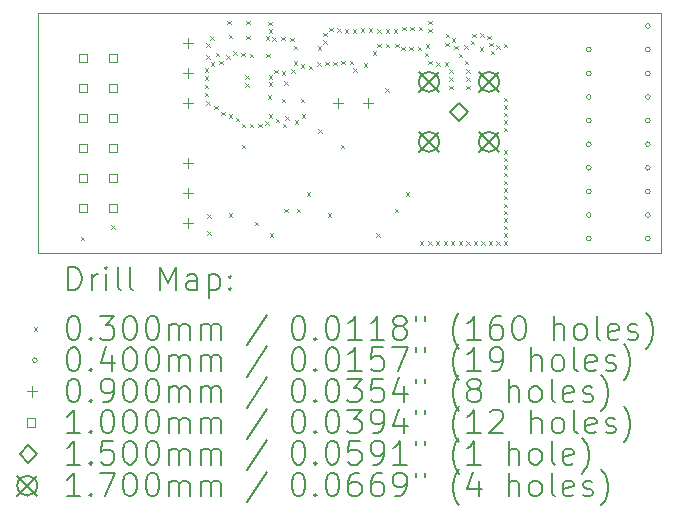
<source format=gbr>
%TF.GenerationSoftware,KiCad,Pcbnew,9.0.7*%
%TF.CreationDate,2026-01-30T12:17:08+01:00*%
%TF.ProjectId,rfiq-1,72666971-2d31-42e6-9b69-6361645f7063,1a*%
%TF.SameCoordinates,Original*%
%TF.FileFunction,Drillmap*%
%TF.FilePolarity,Positive*%
%FSLAX45Y45*%
G04 Gerber Fmt 4.5, Leading zero omitted, Abs format (unit mm)*
G04 Created by KiCad (PCBNEW 9.0.7) date 2026-01-30 12:17:08*
%MOMM*%
%LPD*%
G01*
G04 APERTURE LIST*
%ADD10C,0.100000*%
%ADD11C,0.200000*%
%ADD12C,0.150000*%
%ADD13C,0.170000*%
G04 APERTURE END LIST*
D10*
X15760000Y-8268000D02*
X21036000Y-8268000D01*
X21036000Y-10300000D01*
X15760000Y-10300000D01*
X15760000Y-8268000D01*
D11*
D10*
X16125000Y-10165000D02*
X16155000Y-10195000D01*
X16155000Y-10165000D02*
X16125000Y-10195000D01*
X16382500Y-10065000D02*
X16412500Y-10095000D01*
X16412500Y-10065000D02*
X16382500Y-10095000D01*
X17175000Y-8735000D02*
X17205000Y-8765000D01*
X17205000Y-8735000D02*
X17175000Y-8765000D01*
X17175000Y-8805000D02*
X17205000Y-8835000D01*
X17205000Y-8805000D02*
X17175000Y-8835000D01*
X17175000Y-8875000D02*
X17205000Y-8905000D01*
X17205000Y-8875000D02*
X17175000Y-8905000D01*
X17175000Y-8945000D02*
X17205000Y-8975000D01*
X17205000Y-8945000D02*
X17175000Y-8975000D01*
X17185000Y-8525000D02*
X17215000Y-8555000D01*
X17215000Y-8525000D02*
X17185000Y-8555000D01*
X17185000Y-8625000D02*
X17215000Y-8655000D01*
X17215000Y-8625000D02*
X17185000Y-8655000D01*
X17185000Y-9015000D02*
X17215000Y-9045000D01*
X17215000Y-9015000D02*
X17185000Y-9045000D01*
X17195000Y-9975000D02*
X17225000Y-10005000D01*
X17225000Y-9975000D02*
X17195000Y-10005000D01*
X17195000Y-10115000D02*
X17225000Y-10145000D01*
X17225000Y-10115000D02*
X17195000Y-10145000D01*
X17220000Y-8465000D02*
X17250000Y-8495000D01*
X17250000Y-8465000D02*
X17220000Y-8495000D01*
X17225000Y-8685000D02*
X17255000Y-8715000D01*
X17255000Y-8685000D02*
X17225000Y-8715000D01*
X17255000Y-9055000D02*
X17285000Y-9085000D01*
X17285000Y-9055000D02*
X17255000Y-9085000D01*
X17265000Y-8605000D02*
X17295000Y-8635000D01*
X17295000Y-8605000D02*
X17265000Y-8635000D01*
X17295000Y-8675000D02*
X17325000Y-8705000D01*
X17325000Y-8675000D02*
X17295000Y-8705000D01*
X17315000Y-9105000D02*
X17345000Y-9135000D01*
X17345000Y-9105000D02*
X17315000Y-9135000D01*
X17355000Y-8625000D02*
X17385000Y-8655000D01*
X17385000Y-8625000D02*
X17355000Y-8655000D01*
X17365000Y-8335000D02*
X17395000Y-8365000D01*
X17395000Y-8335000D02*
X17365000Y-8365000D01*
X17375000Y-8455000D02*
X17405000Y-8485000D01*
X17405000Y-8455000D02*
X17375000Y-8485000D01*
X17375000Y-9125000D02*
X17405000Y-9155000D01*
X17405000Y-9125000D02*
X17375000Y-9155000D01*
X17375000Y-9965000D02*
X17405000Y-9995000D01*
X17405000Y-9965000D02*
X17375000Y-9995000D01*
X17415000Y-8595000D02*
X17445000Y-8625000D01*
X17445000Y-8595000D02*
X17415000Y-8625000D01*
X17435000Y-9155000D02*
X17465000Y-9185000D01*
X17465000Y-9155000D02*
X17435000Y-9185000D01*
X17480000Y-8605000D02*
X17510000Y-8635000D01*
X17510000Y-8605000D02*
X17480000Y-8635000D01*
X17485000Y-9205000D02*
X17515000Y-9235000D01*
X17515000Y-9205000D02*
X17485000Y-9235000D01*
X17485000Y-9385000D02*
X17515000Y-9415000D01*
X17515000Y-9385000D02*
X17485000Y-9415000D01*
X17515000Y-8795000D02*
X17545000Y-8825000D01*
X17545000Y-8795000D02*
X17515000Y-8825000D01*
X17515000Y-8865000D02*
X17545000Y-8895000D01*
X17545000Y-8865000D02*
X17515000Y-8895000D01*
X17525000Y-8335000D02*
X17555000Y-8365000D01*
X17555000Y-8335000D02*
X17525000Y-8365000D01*
X17525000Y-8460000D02*
X17555000Y-8490000D01*
X17555000Y-8460000D02*
X17525000Y-8490000D01*
X17555000Y-8615000D02*
X17585000Y-8645000D01*
X17585000Y-8615000D02*
X17555000Y-8645000D01*
X17555000Y-9205000D02*
X17585000Y-9235000D01*
X17585000Y-9205000D02*
X17555000Y-9235000D01*
X17595000Y-10035000D02*
X17625000Y-10065000D01*
X17625000Y-10035000D02*
X17595000Y-10065000D01*
X17625000Y-9205000D02*
X17655000Y-9235000D01*
X17655000Y-9205000D02*
X17625000Y-9235000D01*
X17685000Y-9185000D02*
X17715000Y-9215000D01*
X17715000Y-9185000D02*
X17685000Y-9215000D01*
X17690000Y-8465000D02*
X17720000Y-8495000D01*
X17720000Y-8465000D02*
X17690000Y-8495000D01*
X17695000Y-8615000D02*
X17725000Y-8645000D01*
X17725000Y-8615000D02*
X17695000Y-8645000D01*
X17705000Y-8965000D02*
X17735000Y-8995000D01*
X17735000Y-8965000D02*
X17705000Y-8995000D01*
X17710000Y-8345000D02*
X17740000Y-8375000D01*
X17740000Y-8345000D02*
X17710000Y-8375000D01*
X17715000Y-8405000D02*
X17745000Y-8435000D01*
X17745000Y-8405000D02*
X17715000Y-8435000D01*
X17715000Y-8795000D02*
X17745000Y-8825000D01*
X17745000Y-8795000D02*
X17715000Y-8825000D01*
X17715000Y-8855000D02*
X17745000Y-8885000D01*
X17745000Y-8855000D02*
X17715000Y-8885000D01*
X17715000Y-9125000D02*
X17745000Y-9155000D01*
X17745000Y-9125000D02*
X17715000Y-9155000D01*
X17725000Y-10135000D02*
X17755000Y-10165000D01*
X17755000Y-10135000D02*
X17725000Y-10165000D01*
X17745000Y-8475000D02*
X17775000Y-8505000D01*
X17775000Y-8475000D02*
X17745000Y-8505000D01*
X17760000Y-8750000D02*
X17790000Y-8780000D01*
X17790000Y-8750000D02*
X17760000Y-8780000D01*
X17775000Y-9165000D02*
X17805000Y-9195000D01*
X17805000Y-9165000D02*
X17775000Y-9195000D01*
X17820000Y-8470000D02*
X17850000Y-8500000D01*
X17850000Y-8470000D02*
X17820000Y-8500000D01*
X17825000Y-8760000D02*
X17855000Y-8790000D01*
X17855000Y-8760000D02*
X17825000Y-8790000D01*
X17825000Y-8995000D02*
X17855000Y-9025000D01*
X17855000Y-8995000D02*
X17825000Y-9025000D01*
X17835000Y-9205000D02*
X17865000Y-9235000D01*
X17865000Y-9205000D02*
X17835000Y-9235000D01*
X17845000Y-8845000D02*
X17875000Y-8875000D01*
X17875000Y-8845000D02*
X17845000Y-8875000D01*
X17845000Y-9925000D02*
X17875000Y-9955000D01*
X17875000Y-9925000D02*
X17845000Y-9955000D01*
X17855000Y-9145000D02*
X17885000Y-9175000D01*
X17885000Y-9145000D02*
X17855000Y-9175000D01*
X17895000Y-8480000D02*
X17925000Y-8510000D01*
X17925000Y-8480000D02*
X17895000Y-8510000D01*
X17905000Y-8745000D02*
X17935000Y-8775000D01*
X17935000Y-8745000D02*
X17905000Y-8775000D01*
X17925000Y-8545000D02*
X17955000Y-8575000D01*
X17955000Y-8545000D02*
X17925000Y-8575000D01*
X17925000Y-8676000D02*
X17955000Y-8706000D01*
X17955000Y-8676000D02*
X17925000Y-8706000D01*
X17935000Y-9175000D02*
X17965000Y-9205000D01*
X17965000Y-9175000D02*
X17935000Y-9205000D01*
X17952500Y-9925000D02*
X17982500Y-9955000D01*
X17982500Y-9925000D02*
X17952500Y-9955000D01*
X17985000Y-8705000D02*
X18015000Y-8735000D01*
X18015000Y-8705000D02*
X17985000Y-8735000D01*
X17985000Y-8995000D02*
X18015000Y-9025000D01*
X18015000Y-8995000D02*
X17985000Y-9025000D01*
X17995000Y-9125000D02*
X18025000Y-9155000D01*
X18025000Y-9125000D02*
X17995000Y-9155000D01*
X18035000Y-9785000D02*
X18065000Y-9815000D01*
X18065000Y-9785000D02*
X18035000Y-9815000D01*
X18055000Y-8715000D02*
X18085000Y-8745000D01*
X18085000Y-8715000D02*
X18055000Y-8745000D01*
X18125000Y-8685000D02*
X18155000Y-8715000D01*
X18155000Y-8685000D02*
X18125000Y-8715000D01*
X18130000Y-8550000D02*
X18160000Y-8580000D01*
X18160000Y-8550000D02*
X18130000Y-8580000D01*
X18135000Y-9255000D02*
X18165000Y-9285000D01*
X18165000Y-9255000D02*
X18135000Y-9285000D01*
X18175000Y-8435000D02*
X18205000Y-8465000D01*
X18205000Y-8435000D02*
X18175000Y-8465000D01*
X18175000Y-8500000D02*
X18205000Y-8530000D01*
X18205000Y-8500000D02*
X18175000Y-8530000D01*
X18195000Y-8680000D02*
X18225000Y-8710000D01*
X18225000Y-8680000D02*
X18195000Y-8710000D01*
X18215000Y-9965000D02*
X18245000Y-9995000D01*
X18245000Y-9965000D02*
X18215000Y-9995000D01*
X18225000Y-8395000D02*
X18255000Y-8425000D01*
X18255000Y-8395000D02*
X18225000Y-8425000D01*
X18260000Y-8680000D02*
X18290000Y-8710000D01*
X18290000Y-8680000D02*
X18260000Y-8710000D01*
X18295000Y-8400000D02*
X18325000Y-8430000D01*
X18325000Y-8400000D02*
X18295000Y-8430000D01*
X18325000Y-9385000D02*
X18355000Y-9415000D01*
X18355000Y-9385000D02*
X18325000Y-9415000D01*
X18330000Y-8675000D02*
X18360000Y-8705000D01*
X18360000Y-8675000D02*
X18330000Y-8705000D01*
X18360000Y-8405000D02*
X18390000Y-8435000D01*
X18390000Y-8405000D02*
X18360000Y-8435000D01*
X18400000Y-8675000D02*
X18430000Y-8705000D01*
X18430000Y-8675000D02*
X18400000Y-8705000D01*
X18425000Y-8405000D02*
X18455000Y-8435000D01*
X18455000Y-8405000D02*
X18425000Y-8435000D01*
X18430000Y-8735000D02*
X18460000Y-8765000D01*
X18460000Y-8735000D02*
X18430000Y-8765000D01*
X18495000Y-8400000D02*
X18525000Y-8430000D01*
X18525000Y-8400000D02*
X18495000Y-8430000D01*
X18520000Y-8695000D02*
X18550000Y-8725000D01*
X18550000Y-8695000D02*
X18520000Y-8725000D01*
X18560000Y-8400000D02*
X18590000Y-8430000D01*
X18590000Y-8400000D02*
X18560000Y-8430000D01*
X18595000Y-8595000D02*
X18625000Y-8625000D01*
X18625000Y-8595000D02*
X18595000Y-8625000D01*
X18625000Y-10135000D02*
X18655000Y-10165000D01*
X18655000Y-10135000D02*
X18625000Y-10165000D01*
X18635000Y-8405000D02*
X18665000Y-8435000D01*
X18665000Y-8405000D02*
X18635000Y-8435000D01*
X18635000Y-8527500D02*
X18665000Y-8557500D01*
X18665000Y-8527500D02*
X18635000Y-8557500D01*
X18700000Y-8905000D02*
X18730000Y-8935000D01*
X18730000Y-8905000D02*
X18700000Y-8935000D01*
X18705000Y-8405000D02*
X18735000Y-8435000D01*
X18735000Y-8405000D02*
X18705000Y-8435000D01*
X18705000Y-8527500D02*
X18735000Y-8557500D01*
X18735000Y-8527500D02*
X18705000Y-8557500D01*
X18775000Y-8405000D02*
X18805000Y-8435000D01*
X18805000Y-8405000D02*
X18775000Y-8435000D01*
X18782500Y-9925000D02*
X18812500Y-9955000D01*
X18812500Y-9925000D02*
X18782500Y-9955000D01*
X18785000Y-8527500D02*
X18815000Y-8557500D01*
X18815000Y-8527500D02*
X18785000Y-8557500D01*
X18835000Y-8555000D02*
X18865000Y-8585000D01*
X18865000Y-8555000D02*
X18835000Y-8585000D01*
X18845000Y-8385000D02*
X18875000Y-8415000D01*
X18875000Y-8385000D02*
X18845000Y-8415000D01*
X18875000Y-9785000D02*
X18905000Y-9815000D01*
X18905000Y-9785000D02*
X18875000Y-9815000D01*
X18905000Y-8555000D02*
X18935000Y-8585000D01*
X18935000Y-8555000D02*
X18905000Y-8585000D01*
X18915000Y-8385000D02*
X18945000Y-8415000D01*
X18945000Y-8385000D02*
X18915000Y-8415000D01*
X18975000Y-8555000D02*
X19005000Y-8585000D01*
X19005000Y-8555000D02*
X18975000Y-8585000D01*
X18985000Y-8385000D02*
X19015000Y-8415000D01*
X19015000Y-8385000D02*
X18985000Y-8415000D01*
X18995000Y-10200000D02*
X19025000Y-10230000D01*
X19025000Y-10200000D02*
X18995000Y-10230000D01*
X19035000Y-8605000D02*
X19065000Y-8635000D01*
X19065000Y-8605000D02*
X19035000Y-8635000D01*
X19045000Y-8535000D02*
X19075000Y-8565000D01*
X19075000Y-8535000D02*
X19045000Y-8565000D01*
X19065000Y-8335000D02*
X19095000Y-8365000D01*
X19095000Y-8335000D02*
X19065000Y-8365000D01*
X19065000Y-8404000D02*
X19095000Y-8434000D01*
X19095000Y-8404000D02*
X19065000Y-8434000D01*
X19065000Y-8675000D02*
X19095000Y-8705000D01*
X19095000Y-8675000D02*
X19065000Y-8705000D01*
X19065000Y-10200000D02*
X19095000Y-10230000D01*
X19095000Y-10200000D02*
X19065000Y-10230000D01*
X19130000Y-10200000D02*
X19160000Y-10230000D01*
X19160000Y-10200000D02*
X19130000Y-10230000D01*
X19135000Y-8685000D02*
X19165000Y-8715000D01*
X19165000Y-8685000D02*
X19135000Y-8715000D01*
X19195000Y-10200000D02*
X19225000Y-10230000D01*
X19225000Y-10200000D02*
X19195000Y-10230000D01*
X19205000Y-8685000D02*
X19235000Y-8715000D01*
X19235000Y-8685000D02*
X19205000Y-8715000D01*
X19210000Y-8520000D02*
X19240000Y-8550000D01*
X19240000Y-8520000D02*
X19210000Y-8550000D01*
X19215000Y-8445000D02*
X19245000Y-8475000D01*
X19245000Y-8445000D02*
X19215000Y-8475000D01*
X19245000Y-8745000D02*
X19275000Y-8775000D01*
X19275000Y-8745000D02*
X19245000Y-8775000D01*
X19245000Y-8815000D02*
X19275000Y-8845000D01*
X19275000Y-8815000D02*
X19245000Y-8845000D01*
X19245000Y-8885000D02*
X19275000Y-8915000D01*
X19275000Y-8885000D02*
X19245000Y-8915000D01*
X19257500Y-10200000D02*
X19287500Y-10230000D01*
X19287500Y-10200000D02*
X19257500Y-10230000D01*
X19265000Y-8485000D02*
X19295000Y-8515000D01*
X19295000Y-8485000D02*
X19265000Y-8515000D01*
X19285000Y-8545000D02*
X19315000Y-8575000D01*
X19315000Y-8545000D02*
X19285000Y-8575000D01*
X19322500Y-10200000D02*
X19352500Y-10230000D01*
X19352500Y-10200000D02*
X19322500Y-10230000D01*
X19325000Y-8615000D02*
X19355000Y-8645000D01*
X19355000Y-8615000D02*
X19325000Y-8645000D01*
X19370000Y-8540000D02*
X19400000Y-8570000D01*
X19400000Y-8540000D02*
X19370000Y-8570000D01*
X19375000Y-8675000D02*
X19405000Y-8705000D01*
X19405000Y-8675000D02*
X19375000Y-8705000D01*
X19385000Y-8745000D02*
X19415000Y-8775000D01*
X19415000Y-8745000D02*
X19385000Y-8775000D01*
X19385000Y-8815000D02*
X19415000Y-8845000D01*
X19415000Y-8815000D02*
X19385000Y-8845000D01*
X19385000Y-8885000D02*
X19415000Y-8915000D01*
X19415000Y-8885000D02*
X19385000Y-8915000D01*
X19387500Y-10200000D02*
X19417500Y-10230000D01*
X19417500Y-10200000D02*
X19387500Y-10230000D01*
X19425000Y-8505000D02*
X19455000Y-8535000D01*
X19455000Y-8505000D02*
X19425000Y-8535000D01*
X19440000Y-8445000D02*
X19470000Y-8475000D01*
X19470000Y-8445000D02*
X19440000Y-8475000D01*
X19452500Y-10200000D02*
X19482500Y-10230000D01*
X19482500Y-10200000D02*
X19452500Y-10230000D01*
X19500000Y-8560000D02*
X19530000Y-8590000D01*
X19530000Y-8560000D02*
X19500000Y-8590000D01*
X19505000Y-8440000D02*
X19535000Y-8470000D01*
X19535000Y-8440000D02*
X19505000Y-8470000D01*
X19515000Y-10200000D02*
X19545000Y-10230000D01*
X19545000Y-10200000D02*
X19515000Y-10230000D01*
X19565000Y-8460000D02*
X19595000Y-8490000D01*
X19595000Y-8460000D02*
X19565000Y-8490000D01*
X19577500Y-10200000D02*
X19607500Y-10230000D01*
X19607500Y-10200000D02*
X19577500Y-10230000D01*
X19580000Y-8520000D02*
X19610000Y-8550000D01*
X19610000Y-8520000D02*
X19580000Y-8550000D01*
X19595000Y-8590000D02*
X19625000Y-8620000D01*
X19625000Y-8590000D02*
X19595000Y-8620000D01*
X19640000Y-8540000D02*
X19670000Y-8570000D01*
X19670000Y-8540000D02*
X19640000Y-8570000D01*
X19640000Y-10200000D02*
X19670000Y-10230000D01*
X19670000Y-10200000D02*
X19640000Y-10230000D01*
X19705000Y-8530000D02*
X19735000Y-8560000D01*
X19735000Y-8530000D02*
X19705000Y-8560000D01*
X19705000Y-8987500D02*
X19735000Y-9017500D01*
X19735000Y-8987500D02*
X19705000Y-9017500D01*
X19705000Y-9050000D02*
X19735000Y-9080000D01*
X19735000Y-9050000D02*
X19705000Y-9080000D01*
X19705000Y-9112500D02*
X19735000Y-9142500D01*
X19735000Y-9112500D02*
X19705000Y-9142500D01*
X19705000Y-9175000D02*
X19735000Y-9205000D01*
X19735000Y-9175000D02*
X19705000Y-9205000D01*
X19705000Y-9240000D02*
X19735000Y-9270000D01*
X19735000Y-9240000D02*
X19705000Y-9270000D01*
X19705000Y-9432500D02*
X19735000Y-9462500D01*
X19735000Y-9432500D02*
X19705000Y-9462500D01*
X19705000Y-9495000D02*
X19735000Y-9525000D01*
X19735000Y-9495000D02*
X19705000Y-9525000D01*
X19705000Y-9557500D02*
X19735000Y-9587500D01*
X19735000Y-9557500D02*
X19705000Y-9587500D01*
X19705000Y-9622500D02*
X19735000Y-9652500D01*
X19735000Y-9622500D02*
X19705000Y-9652500D01*
X19705000Y-9687500D02*
X19735000Y-9717500D01*
X19735000Y-9687500D02*
X19705000Y-9717500D01*
X19705000Y-9752500D02*
X19735000Y-9782500D01*
X19735000Y-9752500D02*
X19705000Y-9782500D01*
X19705000Y-9817500D02*
X19735000Y-9847500D01*
X19735000Y-9817500D02*
X19705000Y-9847500D01*
X19705000Y-9882500D02*
X19735000Y-9912500D01*
X19735000Y-9882500D02*
X19705000Y-9912500D01*
X19705000Y-9945000D02*
X19735000Y-9975000D01*
X19735000Y-9945000D02*
X19705000Y-9975000D01*
X19705000Y-10007500D02*
X19735000Y-10037500D01*
X19735000Y-10007500D02*
X19705000Y-10037500D01*
X19705000Y-10070000D02*
X19735000Y-10100000D01*
X19735000Y-10070000D02*
X19705000Y-10100000D01*
X19705000Y-10135000D02*
X19735000Y-10165000D01*
X19735000Y-10135000D02*
X19705000Y-10165000D01*
X19705000Y-10200000D02*
X19735000Y-10230000D01*
X19735000Y-10200000D02*
X19705000Y-10230000D01*
X20445000Y-8580000D02*
G75*
G02*
X20405000Y-8580000I-20000J0D01*
G01*
X20405000Y-8580000D02*
G75*
G02*
X20445000Y-8580000I20000J0D01*
G01*
X20445000Y-8780000D02*
G75*
G02*
X20405000Y-8780000I-20000J0D01*
G01*
X20405000Y-8780000D02*
G75*
G02*
X20445000Y-8780000I20000J0D01*
G01*
X20445000Y-8980000D02*
G75*
G02*
X20405000Y-8980000I-20000J0D01*
G01*
X20405000Y-8980000D02*
G75*
G02*
X20445000Y-8980000I20000J0D01*
G01*
X20445000Y-9180000D02*
G75*
G02*
X20405000Y-9180000I-20000J0D01*
G01*
X20405000Y-9180000D02*
G75*
G02*
X20445000Y-9180000I20000J0D01*
G01*
X20445000Y-9380000D02*
G75*
G02*
X20405000Y-9380000I-20000J0D01*
G01*
X20405000Y-9380000D02*
G75*
G02*
X20445000Y-9380000I20000J0D01*
G01*
X20445000Y-9580000D02*
G75*
G02*
X20405000Y-9580000I-20000J0D01*
G01*
X20405000Y-9580000D02*
G75*
G02*
X20445000Y-9580000I20000J0D01*
G01*
X20445000Y-9780000D02*
G75*
G02*
X20405000Y-9780000I-20000J0D01*
G01*
X20405000Y-9780000D02*
G75*
G02*
X20445000Y-9780000I20000J0D01*
G01*
X20445000Y-9980000D02*
G75*
G02*
X20405000Y-9980000I-20000J0D01*
G01*
X20405000Y-9980000D02*
G75*
G02*
X20445000Y-9980000I20000J0D01*
G01*
X20445000Y-10180000D02*
G75*
G02*
X20405000Y-10180000I-20000J0D01*
G01*
X20405000Y-10180000D02*
G75*
G02*
X20445000Y-10180000I20000J0D01*
G01*
X20945000Y-8380000D02*
G75*
G02*
X20905000Y-8380000I-20000J0D01*
G01*
X20905000Y-8380000D02*
G75*
G02*
X20945000Y-8380000I20000J0D01*
G01*
X20945000Y-8580000D02*
G75*
G02*
X20905000Y-8580000I-20000J0D01*
G01*
X20905000Y-8580000D02*
G75*
G02*
X20945000Y-8580000I20000J0D01*
G01*
X20945000Y-8780000D02*
G75*
G02*
X20905000Y-8780000I-20000J0D01*
G01*
X20905000Y-8780000D02*
G75*
G02*
X20945000Y-8780000I20000J0D01*
G01*
X20945000Y-8980000D02*
G75*
G02*
X20905000Y-8980000I-20000J0D01*
G01*
X20905000Y-8980000D02*
G75*
G02*
X20945000Y-8980000I20000J0D01*
G01*
X20945000Y-9180000D02*
G75*
G02*
X20905000Y-9180000I-20000J0D01*
G01*
X20905000Y-9180000D02*
G75*
G02*
X20945000Y-9180000I20000J0D01*
G01*
X20945000Y-9380000D02*
G75*
G02*
X20905000Y-9380000I-20000J0D01*
G01*
X20905000Y-9380000D02*
G75*
G02*
X20945000Y-9380000I20000J0D01*
G01*
X20945000Y-9580000D02*
G75*
G02*
X20905000Y-9580000I-20000J0D01*
G01*
X20905000Y-9580000D02*
G75*
G02*
X20945000Y-9580000I20000J0D01*
G01*
X20945000Y-9780000D02*
G75*
G02*
X20905000Y-9780000I-20000J0D01*
G01*
X20905000Y-9780000D02*
G75*
G02*
X20945000Y-9780000I20000J0D01*
G01*
X20945000Y-9980000D02*
G75*
G02*
X20905000Y-9980000I-20000J0D01*
G01*
X20905000Y-9980000D02*
G75*
G02*
X20945000Y-9980000I20000J0D01*
G01*
X20945000Y-10180000D02*
G75*
G02*
X20905000Y-10180000I-20000J0D01*
G01*
X20905000Y-10180000D02*
G75*
G02*
X20945000Y-10180000I20000J0D01*
G01*
X17030000Y-8477000D02*
X17030000Y-8567000D01*
X16985000Y-8522000D02*
X17075000Y-8522000D01*
X17030000Y-8731000D02*
X17030000Y-8821000D01*
X16985000Y-8776000D02*
X17075000Y-8776000D01*
X17030000Y-8985000D02*
X17030000Y-9075000D01*
X16985000Y-9030000D02*
X17075000Y-9030000D01*
X17030000Y-9493000D02*
X17030000Y-9583000D01*
X16985000Y-9538000D02*
X17075000Y-9538000D01*
X17030000Y-9747000D02*
X17030000Y-9837000D01*
X16985000Y-9792000D02*
X17075000Y-9792000D01*
X17030000Y-10001000D02*
X17030000Y-10091000D01*
X16985000Y-10046000D02*
X17075000Y-10046000D01*
X18300000Y-8985000D02*
X18300000Y-9075000D01*
X18255000Y-9030000D02*
X18345000Y-9030000D01*
X18554000Y-8985000D02*
X18554000Y-9075000D01*
X18509000Y-9030000D02*
X18599000Y-9030000D01*
X16176356Y-8684356D02*
X16176356Y-8613644D01*
X16105644Y-8613644D01*
X16105644Y-8684356D01*
X16176356Y-8684356D01*
X16176356Y-8938356D02*
X16176356Y-8867644D01*
X16105644Y-8867644D01*
X16105644Y-8938356D01*
X16176356Y-8938356D01*
X16176356Y-9192356D02*
X16176356Y-9121644D01*
X16105644Y-9121644D01*
X16105644Y-9192356D01*
X16176356Y-9192356D01*
X16176356Y-9446356D02*
X16176356Y-9375644D01*
X16105644Y-9375644D01*
X16105644Y-9446356D01*
X16176356Y-9446356D01*
X16176356Y-9700356D02*
X16176356Y-9629644D01*
X16105644Y-9629644D01*
X16105644Y-9700356D01*
X16176356Y-9700356D01*
X16176356Y-9954356D02*
X16176356Y-9883644D01*
X16105644Y-9883644D01*
X16105644Y-9954356D01*
X16176356Y-9954356D01*
X16430356Y-8684356D02*
X16430356Y-8613644D01*
X16359644Y-8613644D01*
X16359644Y-8684356D01*
X16430356Y-8684356D01*
X16430356Y-8938356D02*
X16430356Y-8867644D01*
X16359644Y-8867644D01*
X16359644Y-8938356D01*
X16430356Y-8938356D01*
X16430356Y-9192356D02*
X16430356Y-9121644D01*
X16359644Y-9121644D01*
X16359644Y-9192356D01*
X16430356Y-9192356D01*
X16430356Y-9446356D02*
X16430356Y-9375644D01*
X16359644Y-9375644D01*
X16359644Y-9446356D01*
X16430356Y-9446356D01*
X16430356Y-9700356D02*
X16430356Y-9629644D01*
X16359644Y-9629644D01*
X16359644Y-9700356D01*
X16430356Y-9700356D01*
X16430356Y-9954356D02*
X16430356Y-9883644D01*
X16359644Y-9883644D01*
X16359644Y-9954356D01*
X16430356Y-9954356D01*
D12*
X19326000Y-9181000D02*
X19401000Y-9106000D01*
X19326000Y-9031000D01*
X19251000Y-9106000D01*
X19326000Y-9181000D01*
D13*
X18987000Y-8767000D02*
X19157000Y-8937000D01*
X19157000Y-8767000D02*
X18987000Y-8937000D01*
X19157000Y-8852000D02*
G75*
G02*
X18987000Y-8852000I-85000J0D01*
G01*
X18987000Y-8852000D02*
G75*
G02*
X19157000Y-8852000I85000J0D01*
G01*
X18987000Y-9275000D02*
X19157000Y-9445000D01*
X19157000Y-9275000D02*
X18987000Y-9445000D01*
X19157000Y-9360000D02*
G75*
G02*
X18987000Y-9360000I-85000J0D01*
G01*
X18987000Y-9360000D02*
G75*
G02*
X19157000Y-9360000I85000J0D01*
G01*
X19495000Y-8767000D02*
X19665000Y-8937000D01*
X19665000Y-8767000D02*
X19495000Y-8937000D01*
X19665000Y-8852000D02*
G75*
G02*
X19495000Y-8852000I-85000J0D01*
G01*
X19495000Y-8852000D02*
G75*
G02*
X19665000Y-8852000I85000J0D01*
G01*
X19495000Y-9275000D02*
X19665000Y-9445000D01*
X19665000Y-9275000D02*
X19495000Y-9445000D01*
X19665000Y-9360000D02*
G75*
G02*
X19495000Y-9360000I-85000J0D01*
G01*
X19495000Y-9360000D02*
G75*
G02*
X19665000Y-9360000I85000J0D01*
G01*
D11*
X16015777Y-10616484D02*
X16015777Y-10416484D01*
X16015777Y-10416484D02*
X16063396Y-10416484D01*
X16063396Y-10416484D02*
X16091967Y-10426008D01*
X16091967Y-10426008D02*
X16111015Y-10445055D01*
X16111015Y-10445055D02*
X16120539Y-10464103D01*
X16120539Y-10464103D02*
X16130062Y-10502198D01*
X16130062Y-10502198D02*
X16130062Y-10530770D01*
X16130062Y-10530770D02*
X16120539Y-10568865D01*
X16120539Y-10568865D02*
X16111015Y-10587912D01*
X16111015Y-10587912D02*
X16091967Y-10606960D01*
X16091967Y-10606960D02*
X16063396Y-10616484D01*
X16063396Y-10616484D02*
X16015777Y-10616484D01*
X16215777Y-10616484D02*
X16215777Y-10483150D01*
X16215777Y-10521246D02*
X16225301Y-10502198D01*
X16225301Y-10502198D02*
X16234824Y-10492674D01*
X16234824Y-10492674D02*
X16253872Y-10483150D01*
X16253872Y-10483150D02*
X16272920Y-10483150D01*
X16339586Y-10616484D02*
X16339586Y-10483150D01*
X16339586Y-10416484D02*
X16330062Y-10426008D01*
X16330062Y-10426008D02*
X16339586Y-10435531D01*
X16339586Y-10435531D02*
X16349110Y-10426008D01*
X16349110Y-10426008D02*
X16339586Y-10416484D01*
X16339586Y-10416484D02*
X16339586Y-10435531D01*
X16463396Y-10616484D02*
X16444348Y-10606960D01*
X16444348Y-10606960D02*
X16434824Y-10587912D01*
X16434824Y-10587912D02*
X16434824Y-10416484D01*
X16568158Y-10616484D02*
X16549110Y-10606960D01*
X16549110Y-10606960D02*
X16539586Y-10587912D01*
X16539586Y-10587912D02*
X16539586Y-10416484D01*
X16796729Y-10616484D02*
X16796729Y-10416484D01*
X16796729Y-10416484D02*
X16863396Y-10559341D01*
X16863396Y-10559341D02*
X16930063Y-10416484D01*
X16930063Y-10416484D02*
X16930063Y-10616484D01*
X17111015Y-10616484D02*
X17111015Y-10511722D01*
X17111015Y-10511722D02*
X17101491Y-10492674D01*
X17101491Y-10492674D02*
X17082444Y-10483150D01*
X17082444Y-10483150D02*
X17044348Y-10483150D01*
X17044348Y-10483150D02*
X17025301Y-10492674D01*
X17111015Y-10606960D02*
X17091967Y-10616484D01*
X17091967Y-10616484D02*
X17044348Y-10616484D01*
X17044348Y-10616484D02*
X17025301Y-10606960D01*
X17025301Y-10606960D02*
X17015777Y-10587912D01*
X17015777Y-10587912D02*
X17015777Y-10568865D01*
X17015777Y-10568865D02*
X17025301Y-10549817D01*
X17025301Y-10549817D02*
X17044348Y-10540293D01*
X17044348Y-10540293D02*
X17091967Y-10540293D01*
X17091967Y-10540293D02*
X17111015Y-10530770D01*
X17206253Y-10483150D02*
X17206253Y-10683150D01*
X17206253Y-10492674D02*
X17225301Y-10483150D01*
X17225301Y-10483150D02*
X17263396Y-10483150D01*
X17263396Y-10483150D02*
X17282444Y-10492674D01*
X17282444Y-10492674D02*
X17291967Y-10502198D01*
X17291967Y-10502198D02*
X17301491Y-10521246D01*
X17301491Y-10521246D02*
X17301491Y-10578389D01*
X17301491Y-10578389D02*
X17291967Y-10597436D01*
X17291967Y-10597436D02*
X17282444Y-10606960D01*
X17282444Y-10606960D02*
X17263396Y-10616484D01*
X17263396Y-10616484D02*
X17225301Y-10616484D01*
X17225301Y-10616484D02*
X17206253Y-10606960D01*
X17387205Y-10597436D02*
X17396729Y-10606960D01*
X17396729Y-10606960D02*
X17387205Y-10616484D01*
X17387205Y-10616484D02*
X17377682Y-10606960D01*
X17377682Y-10606960D02*
X17387205Y-10597436D01*
X17387205Y-10597436D02*
X17387205Y-10616484D01*
X17387205Y-10492674D02*
X17396729Y-10502198D01*
X17396729Y-10502198D02*
X17387205Y-10511722D01*
X17387205Y-10511722D02*
X17377682Y-10502198D01*
X17377682Y-10502198D02*
X17387205Y-10492674D01*
X17387205Y-10492674D02*
X17387205Y-10511722D01*
D10*
X15725000Y-10930000D02*
X15755000Y-10960000D01*
X15755000Y-10930000D02*
X15725000Y-10960000D01*
D11*
X16053872Y-10836484D02*
X16072920Y-10836484D01*
X16072920Y-10836484D02*
X16091967Y-10846008D01*
X16091967Y-10846008D02*
X16101491Y-10855531D01*
X16101491Y-10855531D02*
X16111015Y-10874579D01*
X16111015Y-10874579D02*
X16120539Y-10912674D01*
X16120539Y-10912674D02*
X16120539Y-10960293D01*
X16120539Y-10960293D02*
X16111015Y-10998389D01*
X16111015Y-10998389D02*
X16101491Y-11017436D01*
X16101491Y-11017436D02*
X16091967Y-11026960D01*
X16091967Y-11026960D02*
X16072920Y-11036484D01*
X16072920Y-11036484D02*
X16053872Y-11036484D01*
X16053872Y-11036484D02*
X16034824Y-11026960D01*
X16034824Y-11026960D02*
X16025301Y-11017436D01*
X16025301Y-11017436D02*
X16015777Y-10998389D01*
X16015777Y-10998389D02*
X16006253Y-10960293D01*
X16006253Y-10960293D02*
X16006253Y-10912674D01*
X16006253Y-10912674D02*
X16015777Y-10874579D01*
X16015777Y-10874579D02*
X16025301Y-10855531D01*
X16025301Y-10855531D02*
X16034824Y-10846008D01*
X16034824Y-10846008D02*
X16053872Y-10836484D01*
X16206253Y-11017436D02*
X16215777Y-11026960D01*
X16215777Y-11026960D02*
X16206253Y-11036484D01*
X16206253Y-11036484D02*
X16196729Y-11026960D01*
X16196729Y-11026960D02*
X16206253Y-11017436D01*
X16206253Y-11017436D02*
X16206253Y-11036484D01*
X16282443Y-10836484D02*
X16406253Y-10836484D01*
X16406253Y-10836484D02*
X16339586Y-10912674D01*
X16339586Y-10912674D02*
X16368158Y-10912674D01*
X16368158Y-10912674D02*
X16387205Y-10922198D01*
X16387205Y-10922198D02*
X16396729Y-10931722D01*
X16396729Y-10931722D02*
X16406253Y-10950770D01*
X16406253Y-10950770D02*
X16406253Y-10998389D01*
X16406253Y-10998389D02*
X16396729Y-11017436D01*
X16396729Y-11017436D02*
X16387205Y-11026960D01*
X16387205Y-11026960D02*
X16368158Y-11036484D01*
X16368158Y-11036484D02*
X16311015Y-11036484D01*
X16311015Y-11036484D02*
X16291967Y-11026960D01*
X16291967Y-11026960D02*
X16282443Y-11017436D01*
X16530062Y-10836484D02*
X16549110Y-10836484D01*
X16549110Y-10836484D02*
X16568158Y-10846008D01*
X16568158Y-10846008D02*
X16577682Y-10855531D01*
X16577682Y-10855531D02*
X16587205Y-10874579D01*
X16587205Y-10874579D02*
X16596729Y-10912674D01*
X16596729Y-10912674D02*
X16596729Y-10960293D01*
X16596729Y-10960293D02*
X16587205Y-10998389D01*
X16587205Y-10998389D02*
X16577682Y-11017436D01*
X16577682Y-11017436D02*
X16568158Y-11026960D01*
X16568158Y-11026960D02*
X16549110Y-11036484D01*
X16549110Y-11036484D02*
X16530062Y-11036484D01*
X16530062Y-11036484D02*
X16511015Y-11026960D01*
X16511015Y-11026960D02*
X16501491Y-11017436D01*
X16501491Y-11017436D02*
X16491967Y-10998389D01*
X16491967Y-10998389D02*
X16482443Y-10960293D01*
X16482443Y-10960293D02*
X16482443Y-10912674D01*
X16482443Y-10912674D02*
X16491967Y-10874579D01*
X16491967Y-10874579D02*
X16501491Y-10855531D01*
X16501491Y-10855531D02*
X16511015Y-10846008D01*
X16511015Y-10846008D02*
X16530062Y-10836484D01*
X16720539Y-10836484D02*
X16739586Y-10836484D01*
X16739586Y-10836484D02*
X16758634Y-10846008D01*
X16758634Y-10846008D02*
X16768158Y-10855531D01*
X16768158Y-10855531D02*
X16777682Y-10874579D01*
X16777682Y-10874579D02*
X16787205Y-10912674D01*
X16787205Y-10912674D02*
X16787205Y-10960293D01*
X16787205Y-10960293D02*
X16777682Y-10998389D01*
X16777682Y-10998389D02*
X16768158Y-11017436D01*
X16768158Y-11017436D02*
X16758634Y-11026960D01*
X16758634Y-11026960D02*
X16739586Y-11036484D01*
X16739586Y-11036484D02*
X16720539Y-11036484D01*
X16720539Y-11036484D02*
X16701491Y-11026960D01*
X16701491Y-11026960D02*
X16691967Y-11017436D01*
X16691967Y-11017436D02*
X16682443Y-10998389D01*
X16682443Y-10998389D02*
X16672920Y-10960293D01*
X16672920Y-10960293D02*
X16672920Y-10912674D01*
X16672920Y-10912674D02*
X16682443Y-10874579D01*
X16682443Y-10874579D02*
X16691967Y-10855531D01*
X16691967Y-10855531D02*
X16701491Y-10846008D01*
X16701491Y-10846008D02*
X16720539Y-10836484D01*
X16872920Y-11036484D02*
X16872920Y-10903150D01*
X16872920Y-10922198D02*
X16882444Y-10912674D01*
X16882444Y-10912674D02*
X16901491Y-10903150D01*
X16901491Y-10903150D02*
X16930063Y-10903150D01*
X16930063Y-10903150D02*
X16949110Y-10912674D01*
X16949110Y-10912674D02*
X16958634Y-10931722D01*
X16958634Y-10931722D02*
X16958634Y-11036484D01*
X16958634Y-10931722D02*
X16968158Y-10912674D01*
X16968158Y-10912674D02*
X16987205Y-10903150D01*
X16987205Y-10903150D02*
X17015777Y-10903150D01*
X17015777Y-10903150D02*
X17034825Y-10912674D01*
X17034825Y-10912674D02*
X17044348Y-10931722D01*
X17044348Y-10931722D02*
X17044348Y-11036484D01*
X17139586Y-11036484D02*
X17139586Y-10903150D01*
X17139586Y-10922198D02*
X17149110Y-10912674D01*
X17149110Y-10912674D02*
X17168158Y-10903150D01*
X17168158Y-10903150D02*
X17196729Y-10903150D01*
X17196729Y-10903150D02*
X17215777Y-10912674D01*
X17215777Y-10912674D02*
X17225301Y-10931722D01*
X17225301Y-10931722D02*
X17225301Y-11036484D01*
X17225301Y-10931722D02*
X17234825Y-10912674D01*
X17234825Y-10912674D02*
X17253872Y-10903150D01*
X17253872Y-10903150D02*
X17282444Y-10903150D01*
X17282444Y-10903150D02*
X17301491Y-10912674D01*
X17301491Y-10912674D02*
X17311015Y-10931722D01*
X17311015Y-10931722D02*
X17311015Y-11036484D01*
X17701491Y-10826960D02*
X17530063Y-11084103D01*
X17958634Y-10836484D02*
X17977682Y-10836484D01*
X17977682Y-10836484D02*
X17996729Y-10846008D01*
X17996729Y-10846008D02*
X18006253Y-10855531D01*
X18006253Y-10855531D02*
X18015777Y-10874579D01*
X18015777Y-10874579D02*
X18025301Y-10912674D01*
X18025301Y-10912674D02*
X18025301Y-10960293D01*
X18025301Y-10960293D02*
X18015777Y-10998389D01*
X18015777Y-10998389D02*
X18006253Y-11017436D01*
X18006253Y-11017436D02*
X17996729Y-11026960D01*
X17996729Y-11026960D02*
X17977682Y-11036484D01*
X17977682Y-11036484D02*
X17958634Y-11036484D01*
X17958634Y-11036484D02*
X17939587Y-11026960D01*
X17939587Y-11026960D02*
X17930063Y-11017436D01*
X17930063Y-11017436D02*
X17920539Y-10998389D01*
X17920539Y-10998389D02*
X17911015Y-10960293D01*
X17911015Y-10960293D02*
X17911015Y-10912674D01*
X17911015Y-10912674D02*
X17920539Y-10874579D01*
X17920539Y-10874579D02*
X17930063Y-10855531D01*
X17930063Y-10855531D02*
X17939587Y-10846008D01*
X17939587Y-10846008D02*
X17958634Y-10836484D01*
X18111015Y-11017436D02*
X18120539Y-11026960D01*
X18120539Y-11026960D02*
X18111015Y-11036484D01*
X18111015Y-11036484D02*
X18101491Y-11026960D01*
X18101491Y-11026960D02*
X18111015Y-11017436D01*
X18111015Y-11017436D02*
X18111015Y-11036484D01*
X18244348Y-10836484D02*
X18263396Y-10836484D01*
X18263396Y-10836484D02*
X18282444Y-10846008D01*
X18282444Y-10846008D02*
X18291968Y-10855531D01*
X18291968Y-10855531D02*
X18301491Y-10874579D01*
X18301491Y-10874579D02*
X18311015Y-10912674D01*
X18311015Y-10912674D02*
X18311015Y-10960293D01*
X18311015Y-10960293D02*
X18301491Y-10998389D01*
X18301491Y-10998389D02*
X18291968Y-11017436D01*
X18291968Y-11017436D02*
X18282444Y-11026960D01*
X18282444Y-11026960D02*
X18263396Y-11036484D01*
X18263396Y-11036484D02*
X18244348Y-11036484D01*
X18244348Y-11036484D02*
X18225301Y-11026960D01*
X18225301Y-11026960D02*
X18215777Y-11017436D01*
X18215777Y-11017436D02*
X18206253Y-10998389D01*
X18206253Y-10998389D02*
X18196729Y-10960293D01*
X18196729Y-10960293D02*
X18196729Y-10912674D01*
X18196729Y-10912674D02*
X18206253Y-10874579D01*
X18206253Y-10874579D02*
X18215777Y-10855531D01*
X18215777Y-10855531D02*
X18225301Y-10846008D01*
X18225301Y-10846008D02*
X18244348Y-10836484D01*
X18501491Y-11036484D02*
X18387206Y-11036484D01*
X18444348Y-11036484D02*
X18444348Y-10836484D01*
X18444348Y-10836484D02*
X18425301Y-10865055D01*
X18425301Y-10865055D02*
X18406253Y-10884103D01*
X18406253Y-10884103D02*
X18387206Y-10893627D01*
X18691968Y-11036484D02*
X18577682Y-11036484D01*
X18634825Y-11036484D02*
X18634825Y-10836484D01*
X18634825Y-10836484D02*
X18615777Y-10865055D01*
X18615777Y-10865055D02*
X18596729Y-10884103D01*
X18596729Y-10884103D02*
X18577682Y-10893627D01*
X18806253Y-10922198D02*
X18787206Y-10912674D01*
X18787206Y-10912674D02*
X18777682Y-10903150D01*
X18777682Y-10903150D02*
X18768158Y-10884103D01*
X18768158Y-10884103D02*
X18768158Y-10874579D01*
X18768158Y-10874579D02*
X18777682Y-10855531D01*
X18777682Y-10855531D02*
X18787206Y-10846008D01*
X18787206Y-10846008D02*
X18806253Y-10836484D01*
X18806253Y-10836484D02*
X18844349Y-10836484D01*
X18844349Y-10836484D02*
X18863396Y-10846008D01*
X18863396Y-10846008D02*
X18872920Y-10855531D01*
X18872920Y-10855531D02*
X18882444Y-10874579D01*
X18882444Y-10874579D02*
X18882444Y-10884103D01*
X18882444Y-10884103D02*
X18872920Y-10903150D01*
X18872920Y-10903150D02*
X18863396Y-10912674D01*
X18863396Y-10912674D02*
X18844349Y-10922198D01*
X18844349Y-10922198D02*
X18806253Y-10922198D01*
X18806253Y-10922198D02*
X18787206Y-10931722D01*
X18787206Y-10931722D02*
X18777682Y-10941246D01*
X18777682Y-10941246D02*
X18768158Y-10960293D01*
X18768158Y-10960293D02*
X18768158Y-10998389D01*
X18768158Y-10998389D02*
X18777682Y-11017436D01*
X18777682Y-11017436D02*
X18787206Y-11026960D01*
X18787206Y-11026960D02*
X18806253Y-11036484D01*
X18806253Y-11036484D02*
X18844349Y-11036484D01*
X18844349Y-11036484D02*
X18863396Y-11026960D01*
X18863396Y-11026960D02*
X18872920Y-11017436D01*
X18872920Y-11017436D02*
X18882444Y-10998389D01*
X18882444Y-10998389D02*
X18882444Y-10960293D01*
X18882444Y-10960293D02*
X18872920Y-10941246D01*
X18872920Y-10941246D02*
X18863396Y-10931722D01*
X18863396Y-10931722D02*
X18844349Y-10922198D01*
X18958634Y-10836484D02*
X18958634Y-10874579D01*
X19034825Y-10836484D02*
X19034825Y-10874579D01*
X19330063Y-11112674D02*
X19320539Y-11103150D01*
X19320539Y-11103150D02*
X19301491Y-11074579D01*
X19301491Y-11074579D02*
X19291968Y-11055531D01*
X19291968Y-11055531D02*
X19282444Y-11026960D01*
X19282444Y-11026960D02*
X19272920Y-10979341D01*
X19272920Y-10979341D02*
X19272920Y-10941246D01*
X19272920Y-10941246D02*
X19282444Y-10893627D01*
X19282444Y-10893627D02*
X19291968Y-10865055D01*
X19291968Y-10865055D02*
X19301491Y-10846008D01*
X19301491Y-10846008D02*
X19320539Y-10817436D01*
X19320539Y-10817436D02*
X19330063Y-10807912D01*
X19511015Y-11036484D02*
X19396730Y-11036484D01*
X19453872Y-11036484D02*
X19453872Y-10836484D01*
X19453872Y-10836484D02*
X19434825Y-10865055D01*
X19434825Y-10865055D02*
X19415777Y-10884103D01*
X19415777Y-10884103D02*
X19396730Y-10893627D01*
X19682444Y-10836484D02*
X19644349Y-10836484D01*
X19644349Y-10836484D02*
X19625301Y-10846008D01*
X19625301Y-10846008D02*
X19615777Y-10855531D01*
X19615777Y-10855531D02*
X19596730Y-10884103D01*
X19596730Y-10884103D02*
X19587206Y-10922198D01*
X19587206Y-10922198D02*
X19587206Y-10998389D01*
X19587206Y-10998389D02*
X19596730Y-11017436D01*
X19596730Y-11017436D02*
X19606253Y-11026960D01*
X19606253Y-11026960D02*
X19625301Y-11036484D01*
X19625301Y-11036484D02*
X19663396Y-11036484D01*
X19663396Y-11036484D02*
X19682444Y-11026960D01*
X19682444Y-11026960D02*
X19691968Y-11017436D01*
X19691968Y-11017436D02*
X19701491Y-10998389D01*
X19701491Y-10998389D02*
X19701491Y-10950770D01*
X19701491Y-10950770D02*
X19691968Y-10931722D01*
X19691968Y-10931722D02*
X19682444Y-10922198D01*
X19682444Y-10922198D02*
X19663396Y-10912674D01*
X19663396Y-10912674D02*
X19625301Y-10912674D01*
X19625301Y-10912674D02*
X19606253Y-10922198D01*
X19606253Y-10922198D02*
X19596730Y-10931722D01*
X19596730Y-10931722D02*
X19587206Y-10950770D01*
X19825301Y-10836484D02*
X19844349Y-10836484D01*
X19844349Y-10836484D02*
X19863396Y-10846008D01*
X19863396Y-10846008D02*
X19872920Y-10855531D01*
X19872920Y-10855531D02*
X19882444Y-10874579D01*
X19882444Y-10874579D02*
X19891968Y-10912674D01*
X19891968Y-10912674D02*
X19891968Y-10960293D01*
X19891968Y-10960293D02*
X19882444Y-10998389D01*
X19882444Y-10998389D02*
X19872920Y-11017436D01*
X19872920Y-11017436D02*
X19863396Y-11026960D01*
X19863396Y-11026960D02*
X19844349Y-11036484D01*
X19844349Y-11036484D02*
X19825301Y-11036484D01*
X19825301Y-11036484D02*
X19806253Y-11026960D01*
X19806253Y-11026960D02*
X19796730Y-11017436D01*
X19796730Y-11017436D02*
X19787206Y-10998389D01*
X19787206Y-10998389D02*
X19777682Y-10960293D01*
X19777682Y-10960293D02*
X19777682Y-10912674D01*
X19777682Y-10912674D02*
X19787206Y-10874579D01*
X19787206Y-10874579D02*
X19796730Y-10855531D01*
X19796730Y-10855531D02*
X19806253Y-10846008D01*
X19806253Y-10846008D02*
X19825301Y-10836484D01*
X20130063Y-11036484D02*
X20130063Y-10836484D01*
X20215777Y-11036484D02*
X20215777Y-10931722D01*
X20215777Y-10931722D02*
X20206253Y-10912674D01*
X20206253Y-10912674D02*
X20187206Y-10903150D01*
X20187206Y-10903150D02*
X20158634Y-10903150D01*
X20158634Y-10903150D02*
X20139587Y-10912674D01*
X20139587Y-10912674D02*
X20130063Y-10922198D01*
X20339587Y-11036484D02*
X20320539Y-11026960D01*
X20320539Y-11026960D02*
X20311015Y-11017436D01*
X20311015Y-11017436D02*
X20301492Y-10998389D01*
X20301492Y-10998389D02*
X20301492Y-10941246D01*
X20301492Y-10941246D02*
X20311015Y-10922198D01*
X20311015Y-10922198D02*
X20320539Y-10912674D01*
X20320539Y-10912674D02*
X20339587Y-10903150D01*
X20339587Y-10903150D02*
X20368158Y-10903150D01*
X20368158Y-10903150D02*
X20387206Y-10912674D01*
X20387206Y-10912674D02*
X20396730Y-10922198D01*
X20396730Y-10922198D02*
X20406253Y-10941246D01*
X20406253Y-10941246D02*
X20406253Y-10998389D01*
X20406253Y-10998389D02*
X20396730Y-11017436D01*
X20396730Y-11017436D02*
X20387206Y-11026960D01*
X20387206Y-11026960D02*
X20368158Y-11036484D01*
X20368158Y-11036484D02*
X20339587Y-11036484D01*
X20520539Y-11036484D02*
X20501492Y-11026960D01*
X20501492Y-11026960D02*
X20491968Y-11007912D01*
X20491968Y-11007912D02*
X20491968Y-10836484D01*
X20672920Y-11026960D02*
X20653873Y-11036484D01*
X20653873Y-11036484D02*
X20615777Y-11036484D01*
X20615777Y-11036484D02*
X20596730Y-11026960D01*
X20596730Y-11026960D02*
X20587206Y-11007912D01*
X20587206Y-11007912D02*
X20587206Y-10931722D01*
X20587206Y-10931722D02*
X20596730Y-10912674D01*
X20596730Y-10912674D02*
X20615777Y-10903150D01*
X20615777Y-10903150D02*
X20653873Y-10903150D01*
X20653873Y-10903150D02*
X20672920Y-10912674D01*
X20672920Y-10912674D02*
X20682444Y-10931722D01*
X20682444Y-10931722D02*
X20682444Y-10950770D01*
X20682444Y-10950770D02*
X20587206Y-10969817D01*
X20758634Y-11026960D02*
X20777682Y-11036484D01*
X20777682Y-11036484D02*
X20815777Y-11036484D01*
X20815777Y-11036484D02*
X20834825Y-11026960D01*
X20834825Y-11026960D02*
X20844349Y-11007912D01*
X20844349Y-11007912D02*
X20844349Y-10998389D01*
X20844349Y-10998389D02*
X20834825Y-10979341D01*
X20834825Y-10979341D02*
X20815777Y-10969817D01*
X20815777Y-10969817D02*
X20787206Y-10969817D01*
X20787206Y-10969817D02*
X20768158Y-10960293D01*
X20768158Y-10960293D02*
X20758634Y-10941246D01*
X20758634Y-10941246D02*
X20758634Y-10931722D01*
X20758634Y-10931722D02*
X20768158Y-10912674D01*
X20768158Y-10912674D02*
X20787206Y-10903150D01*
X20787206Y-10903150D02*
X20815777Y-10903150D01*
X20815777Y-10903150D02*
X20834825Y-10912674D01*
X20911015Y-11112674D02*
X20920539Y-11103150D01*
X20920539Y-11103150D02*
X20939587Y-11074579D01*
X20939587Y-11074579D02*
X20949111Y-11055531D01*
X20949111Y-11055531D02*
X20958634Y-11026960D01*
X20958634Y-11026960D02*
X20968158Y-10979341D01*
X20968158Y-10979341D02*
X20968158Y-10941246D01*
X20968158Y-10941246D02*
X20958634Y-10893627D01*
X20958634Y-10893627D02*
X20949111Y-10865055D01*
X20949111Y-10865055D02*
X20939587Y-10846008D01*
X20939587Y-10846008D02*
X20920539Y-10817436D01*
X20920539Y-10817436D02*
X20911015Y-10807912D01*
D10*
X15755000Y-11209000D02*
G75*
G02*
X15715000Y-11209000I-20000J0D01*
G01*
X15715000Y-11209000D02*
G75*
G02*
X15755000Y-11209000I20000J0D01*
G01*
D11*
X16053872Y-11100484D02*
X16072920Y-11100484D01*
X16072920Y-11100484D02*
X16091967Y-11110008D01*
X16091967Y-11110008D02*
X16101491Y-11119531D01*
X16101491Y-11119531D02*
X16111015Y-11138579D01*
X16111015Y-11138579D02*
X16120539Y-11176674D01*
X16120539Y-11176674D02*
X16120539Y-11224293D01*
X16120539Y-11224293D02*
X16111015Y-11262388D01*
X16111015Y-11262388D02*
X16101491Y-11281436D01*
X16101491Y-11281436D02*
X16091967Y-11290960D01*
X16091967Y-11290960D02*
X16072920Y-11300484D01*
X16072920Y-11300484D02*
X16053872Y-11300484D01*
X16053872Y-11300484D02*
X16034824Y-11290960D01*
X16034824Y-11290960D02*
X16025301Y-11281436D01*
X16025301Y-11281436D02*
X16015777Y-11262388D01*
X16015777Y-11262388D02*
X16006253Y-11224293D01*
X16006253Y-11224293D02*
X16006253Y-11176674D01*
X16006253Y-11176674D02*
X16015777Y-11138579D01*
X16015777Y-11138579D02*
X16025301Y-11119531D01*
X16025301Y-11119531D02*
X16034824Y-11110008D01*
X16034824Y-11110008D02*
X16053872Y-11100484D01*
X16206253Y-11281436D02*
X16215777Y-11290960D01*
X16215777Y-11290960D02*
X16206253Y-11300484D01*
X16206253Y-11300484D02*
X16196729Y-11290960D01*
X16196729Y-11290960D02*
X16206253Y-11281436D01*
X16206253Y-11281436D02*
X16206253Y-11300484D01*
X16387205Y-11167150D02*
X16387205Y-11300484D01*
X16339586Y-11090960D02*
X16291967Y-11233817D01*
X16291967Y-11233817D02*
X16415777Y-11233817D01*
X16530062Y-11100484D02*
X16549110Y-11100484D01*
X16549110Y-11100484D02*
X16568158Y-11110008D01*
X16568158Y-11110008D02*
X16577682Y-11119531D01*
X16577682Y-11119531D02*
X16587205Y-11138579D01*
X16587205Y-11138579D02*
X16596729Y-11176674D01*
X16596729Y-11176674D02*
X16596729Y-11224293D01*
X16596729Y-11224293D02*
X16587205Y-11262388D01*
X16587205Y-11262388D02*
X16577682Y-11281436D01*
X16577682Y-11281436D02*
X16568158Y-11290960D01*
X16568158Y-11290960D02*
X16549110Y-11300484D01*
X16549110Y-11300484D02*
X16530062Y-11300484D01*
X16530062Y-11300484D02*
X16511015Y-11290960D01*
X16511015Y-11290960D02*
X16501491Y-11281436D01*
X16501491Y-11281436D02*
X16491967Y-11262388D01*
X16491967Y-11262388D02*
X16482443Y-11224293D01*
X16482443Y-11224293D02*
X16482443Y-11176674D01*
X16482443Y-11176674D02*
X16491967Y-11138579D01*
X16491967Y-11138579D02*
X16501491Y-11119531D01*
X16501491Y-11119531D02*
X16511015Y-11110008D01*
X16511015Y-11110008D02*
X16530062Y-11100484D01*
X16720539Y-11100484D02*
X16739586Y-11100484D01*
X16739586Y-11100484D02*
X16758634Y-11110008D01*
X16758634Y-11110008D02*
X16768158Y-11119531D01*
X16768158Y-11119531D02*
X16777682Y-11138579D01*
X16777682Y-11138579D02*
X16787205Y-11176674D01*
X16787205Y-11176674D02*
X16787205Y-11224293D01*
X16787205Y-11224293D02*
X16777682Y-11262388D01*
X16777682Y-11262388D02*
X16768158Y-11281436D01*
X16768158Y-11281436D02*
X16758634Y-11290960D01*
X16758634Y-11290960D02*
X16739586Y-11300484D01*
X16739586Y-11300484D02*
X16720539Y-11300484D01*
X16720539Y-11300484D02*
X16701491Y-11290960D01*
X16701491Y-11290960D02*
X16691967Y-11281436D01*
X16691967Y-11281436D02*
X16682443Y-11262388D01*
X16682443Y-11262388D02*
X16672920Y-11224293D01*
X16672920Y-11224293D02*
X16672920Y-11176674D01*
X16672920Y-11176674D02*
X16682443Y-11138579D01*
X16682443Y-11138579D02*
X16691967Y-11119531D01*
X16691967Y-11119531D02*
X16701491Y-11110008D01*
X16701491Y-11110008D02*
X16720539Y-11100484D01*
X16872920Y-11300484D02*
X16872920Y-11167150D01*
X16872920Y-11186198D02*
X16882444Y-11176674D01*
X16882444Y-11176674D02*
X16901491Y-11167150D01*
X16901491Y-11167150D02*
X16930063Y-11167150D01*
X16930063Y-11167150D02*
X16949110Y-11176674D01*
X16949110Y-11176674D02*
X16958634Y-11195722D01*
X16958634Y-11195722D02*
X16958634Y-11300484D01*
X16958634Y-11195722D02*
X16968158Y-11176674D01*
X16968158Y-11176674D02*
X16987205Y-11167150D01*
X16987205Y-11167150D02*
X17015777Y-11167150D01*
X17015777Y-11167150D02*
X17034825Y-11176674D01*
X17034825Y-11176674D02*
X17044348Y-11195722D01*
X17044348Y-11195722D02*
X17044348Y-11300484D01*
X17139586Y-11300484D02*
X17139586Y-11167150D01*
X17139586Y-11186198D02*
X17149110Y-11176674D01*
X17149110Y-11176674D02*
X17168158Y-11167150D01*
X17168158Y-11167150D02*
X17196729Y-11167150D01*
X17196729Y-11167150D02*
X17215777Y-11176674D01*
X17215777Y-11176674D02*
X17225301Y-11195722D01*
X17225301Y-11195722D02*
X17225301Y-11300484D01*
X17225301Y-11195722D02*
X17234825Y-11176674D01*
X17234825Y-11176674D02*
X17253872Y-11167150D01*
X17253872Y-11167150D02*
X17282444Y-11167150D01*
X17282444Y-11167150D02*
X17301491Y-11176674D01*
X17301491Y-11176674D02*
X17311015Y-11195722D01*
X17311015Y-11195722D02*
X17311015Y-11300484D01*
X17701491Y-11090960D02*
X17530063Y-11348103D01*
X17958634Y-11100484D02*
X17977682Y-11100484D01*
X17977682Y-11100484D02*
X17996729Y-11110008D01*
X17996729Y-11110008D02*
X18006253Y-11119531D01*
X18006253Y-11119531D02*
X18015777Y-11138579D01*
X18015777Y-11138579D02*
X18025301Y-11176674D01*
X18025301Y-11176674D02*
X18025301Y-11224293D01*
X18025301Y-11224293D02*
X18015777Y-11262388D01*
X18015777Y-11262388D02*
X18006253Y-11281436D01*
X18006253Y-11281436D02*
X17996729Y-11290960D01*
X17996729Y-11290960D02*
X17977682Y-11300484D01*
X17977682Y-11300484D02*
X17958634Y-11300484D01*
X17958634Y-11300484D02*
X17939587Y-11290960D01*
X17939587Y-11290960D02*
X17930063Y-11281436D01*
X17930063Y-11281436D02*
X17920539Y-11262388D01*
X17920539Y-11262388D02*
X17911015Y-11224293D01*
X17911015Y-11224293D02*
X17911015Y-11176674D01*
X17911015Y-11176674D02*
X17920539Y-11138579D01*
X17920539Y-11138579D02*
X17930063Y-11119531D01*
X17930063Y-11119531D02*
X17939587Y-11110008D01*
X17939587Y-11110008D02*
X17958634Y-11100484D01*
X18111015Y-11281436D02*
X18120539Y-11290960D01*
X18120539Y-11290960D02*
X18111015Y-11300484D01*
X18111015Y-11300484D02*
X18101491Y-11290960D01*
X18101491Y-11290960D02*
X18111015Y-11281436D01*
X18111015Y-11281436D02*
X18111015Y-11300484D01*
X18244348Y-11100484D02*
X18263396Y-11100484D01*
X18263396Y-11100484D02*
X18282444Y-11110008D01*
X18282444Y-11110008D02*
X18291968Y-11119531D01*
X18291968Y-11119531D02*
X18301491Y-11138579D01*
X18301491Y-11138579D02*
X18311015Y-11176674D01*
X18311015Y-11176674D02*
X18311015Y-11224293D01*
X18311015Y-11224293D02*
X18301491Y-11262388D01*
X18301491Y-11262388D02*
X18291968Y-11281436D01*
X18291968Y-11281436D02*
X18282444Y-11290960D01*
X18282444Y-11290960D02*
X18263396Y-11300484D01*
X18263396Y-11300484D02*
X18244348Y-11300484D01*
X18244348Y-11300484D02*
X18225301Y-11290960D01*
X18225301Y-11290960D02*
X18215777Y-11281436D01*
X18215777Y-11281436D02*
X18206253Y-11262388D01*
X18206253Y-11262388D02*
X18196729Y-11224293D01*
X18196729Y-11224293D02*
X18196729Y-11176674D01*
X18196729Y-11176674D02*
X18206253Y-11138579D01*
X18206253Y-11138579D02*
X18215777Y-11119531D01*
X18215777Y-11119531D02*
X18225301Y-11110008D01*
X18225301Y-11110008D02*
X18244348Y-11100484D01*
X18501491Y-11300484D02*
X18387206Y-11300484D01*
X18444348Y-11300484D02*
X18444348Y-11100484D01*
X18444348Y-11100484D02*
X18425301Y-11129055D01*
X18425301Y-11129055D02*
X18406253Y-11148103D01*
X18406253Y-11148103D02*
X18387206Y-11157627D01*
X18682444Y-11100484D02*
X18587206Y-11100484D01*
X18587206Y-11100484D02*
X18577682Y-11195722D01*
X18577682Y-11195722D02*
X18587206Y-11186198D01*
X18587206Y-11186198D02*
X18606253Y-11176674D01*
X18606253Y-11176674D02*
X18653872Y-11176674D01*
X18653872Y-11176674D02*
X18672920Y-11186198D01*
X18672920Y-11186198D02*
X18682444Y-11195722D01*
X18682444Y-11195722D02*
X18691968Y-11214769D01*
X18691968Y-11214769D02*
X18691968Y-11262388D01*
X18691968Y-11262388D02*
X18682444Y-11281436D01*
X18682444Y-11281436D02*
X18672920Y-11290960D01*
X18672920Y-11290960D02*
X18653872Y-11300484D01*
X18653872Y-11300484D02*
X18606253Y-11300484D01*
X18606253Y-11300484D02*
X18587206Y-11290960D01*
X18587206Y-11290960D02*
X18577682Y-11281436D01*
X18758634Y-11100484D02*
X18891968Y-11100484D01*
X18891968Y-11100484D02*
X18806253Y-11300484D01*
X18958634Y-11100484D02*
X18958634Y-11138579D01*
X19034825Y-11100484D02*
X19034825Y-11138579D01*
X19330063Y-11376674D02*
X19320539Y-11367150D01*
X19320539Y-11367150D02*
X19301491Y-11338579D01*
X19301491Y-11338579D02*
X19291968Y-11319531D01*
X19291968Y-11319531D02*
X19282444Y-11290960D01*
X19282444Y-11290960D02*
X19272920Y-11243341D01*
X19272920Y-11243341D02*
X19272920Y-11205246D01*
X19272920Y-11205246D02*
X19282444Y-11157627D01*
X19282444Y-11157627D02*
X19291968Y-11129055D01*
X19291968Y-11129055D02*
X19301491Y-11110008D01*
X19301491Y-11110008D02*
X19320539Y-11081436D01*
X19320539Y-11081436D02*
X19330063Y-11071912D01*
X19511015Y-11300484D02*
X19396730Y-11300484D01*
X19453872Y-11300484D02*
X19453872Y-11100484D01*
X19453872Y-11100484D02*
X19434825Y-11129055D01*
X19434825Y-11129055D02*
X19415777Y-11148103D01*
X19415777Y-11148103D02*
X19396730Y-11157627D01*
X19606253Y-11300484D02*
X19644349Y-11300484D01*
X19644349Y-11300484D02*
X19663396Y-11290960D01*
X19663396Y-11290960D02*
X19672920Y-11281436D01*
X19672920Y-11281436D02*
X19691968Y-11252865D01*
X19691968Y-11252865D02*
X19701491Y-11214769D01*
X19701491Y-11214769D02*
X19701491Y-11138579D01*
X19701491Y-11138579D02*
X19691968Y-11119531D01*
X19691968Y-11119531D02*
X19682444Y-11110008D01*
X19682444Y-11110008D02*
X19663396Y-11100484D01*
X19663396Y-11100484D02*
X19625301Y-11100484D01*
X19625301Y-11100484D02*
X19606253Y-11110008D01*
X19606253Y-11110008D02*
X19596730Y-11119531D01*
X19596730Y-11119531D02*
X19587206Y-11138579D01*
X19587206Y-11138579D02*
X19587206Y-11186198D01*
X19587206Y-11186198D02*
X19596730Y-11205246D01*
X19596730Y-11205246D02*
X19606253Y-11214769D01*
X19606253Y-11214769D02*
X19625301Y-11224293D01*
X19625301Y-11224293D02*
X19663396Y-11224293D01*
X19663396Y-11224293D02*
X19682444Y-11214769D01*
X19682444Y-11214769D02*
X19691968Y-11205246D01*
X19691968Y-11205246D02*
X19701491Y-11186198D01*
X19939587Y-11300484D02*
X19939587Y-11100484D01*
X20025301Y-11300484D02*
X20025301Y-11195722D01*
X20025301Y-11195722D02*
X20015777Y-11176674D01*
X20015777Y-11176674D02*
X19996730Y-11167150D01*
X19996730Y-11167150D02*
X19968158Y-11167150D01*
X19968158Y-11167150D02*
X19949111Y-11176674D01*
X19949111Y-11176674D02*
X19939587Y-11186198D01*
X20149111Y-11300484D02*
X20130063Y-11290960D01*
X20130063Y-11290960D02*
X20120539Y-11281436D01*
X20120539Y-11281436D02*
X20111015Y-11262388D01*
X20111015Y-11262388D02*
X20111015Y-11205246D01*
X20111015Y-11205246D02*
X20120539Y-11186198D01*
X20120539Y-11186198D02*
X20130063Y-11176674D01*
X20130063Y-11176674D02*
X20149111Y-11167150D01*
X20149111Y-11167150D02*
X20177682Y-11167150D01*
X20177682Y-11167150D02*
X20196730Y-11176674D01*
X20196730Y-11176674D02*
X20206253Y-11186198D01*
X20206253Y-11186198D02*
X20215777Y-11205246D01*
X20215777Y-11205246D02*
X20215777Y-11262388D01*
X20215777Y-11262388D02*
X20206253Y-11281436D01*
X20206253Y-11281436D02*
X20196730Y-11290960D01*
X20196730Y-11290960D02*
X20177682Y-11300484D01*
X20177682Y-11300484D02*
X20149111Y-11300484D01*
X20330063Y-11300484D02*
X20311015Y-11290960D01*
X20311015Y-11290960D02*
X20301492Y-11271912D01*
X20301492Y-11271912D02*
X20301492Y-11100484D01*
X20482444Y-11290960D02*
X20463396Y-11300484D01*
X20463396Y-11300484D02*
X20425301Y-11300484D01*
X20425301Y-11300484D02*
X20406253Y-11290960D01*
X20406253Y-11290960D02*
X20396730Y-11271912D01*
X20396730Y-11271912D02*
X20396730Y-11195722D01*
X20396730Y-11195722D02*
X20406253Y-11176674D01*
X20406253Y-11176674D02*
X20425301Y-11167150D01*
X20425301Y-11167150D02*
X20463396Y-11167150D01*
X20463396Y-11167150D02*
X20482444Y-11176674D01*
X20482444Y-11176674D02*
X20491968Y-11195722D01*
X20491968Y-11195722D02*
X20491968Y-11214769D01*
X20491968Y-11214769D02*
X20396730Y-11233817D01*
X20568158Y-11290960D02*
X20587206Y-11300484D01*
X20587206Y-11300484D02*
X20625301Y-11300484D01*
X20625301Y-11300484D02*
X20644349Y-11290960D01*
X20644349Y-11290960D02*
X20653873Y-11271912D01*
X20653873Y-11271912D02*
X20653873Y-11262388D01*
X20653873Y-11262388D02*
X20644349Y-11243341D01*
X20644349Y-11243341D02*
X20625301Y-11233817D01*
X20625301Y-11233817D02*
X20596730Y-11233817D01*
X20596730Y-11233817D02*
X20577682Y-11224293D01*
X20577682Y-11224293D02*
X20568158Y-11205246D01*
X20568158Y-11205246D02*
X20568158Y-11195722D01*
X20568158Y-11195722D02*
X20577682Y-11176674D01*
X20577682Y-11176674D02*
X20596730Y-11167150D01*
X20596730Y-11167150D02*
X20625301Y-11167150D01*
X20625301Y-11167150D02*
X20644349Y-11176674D01*
X20720539Y-11376674D02*
X20730063Y-11367150D01*
X20730063Y-11367150D02*
X20749111Y-11338579D01*
X20749111Y-11338579D02*
X20758634Y-11319531D01*
X20758634Y-11319531D02*
X20768158Y-11290960D01*
X20768158Y-11290960D02*
X20777682Y-11243341D01*
X20777682Y-11243341D02*
X20777682Y-11205246D01*
X20777682Y-11205246D02*
X20768158Y-11157627D01*
X20768158Y-11157627D02*
X20758634Y-11129055D01*
X20758634Y-11129055D02*
X20749111Y-11110008D01*
X20749111Y-11110008D02*
X20730063Y-11081436D01*
X20730063Y-11081436D02*
X20720539Y-11071912D01*
D10*
X15710000Y-11428000D02*
X15710000Y-11518000D01*
X15665000Y-11473000D02*
X15755000Y-11473000D01*
D11*
X16053872Y-11364484D02*
X16072920Y-11364484D01*
X16072920Y-11364484D02*
X16091967Y-11374008D01*
X16091967Y-11374008D02*
X16101491Y-11383531D01*
X16101491Y-11383531D02*
X16111015Y-11402579D01*
X16111015Y-11402579D02*
X16120539Y-11440674D01*
X16120539Y-11440674D02*
X16120539Y-11488293D01*
X16120539Y-11488293D02*
X16111015Y-11526388D01*
X16111015Y-11526388D02*
X16101491Y-11545436D01*
X16101491Y-11545436D02*
X16091967Y-11554960D01*
X16091967Y-11554960D02*
X16072920Y-11564484D01*
X16072920Y-11564484D02*
X16053872Y-11564484D01*
X16053872Y-11564484D02*
X16034824Y-11554960D01*
X16034824Y-11554960D02*
X16025301Y-11545436D01*
X16025301Y-11545436D02*
X16015777Y-11526388D01*
X16015777Y-11526388D02*
X16006253Y-11488293D01*
X16006253Y-11488293D02*
X16006253Y-11440674D01*
X16006253Y-11440674D02*
X16015777Y-11402579D01*
X16015777Y-11402579D02*
X16025301Y-11383531D01*
X16025301Y-11383531D02*
X16034824Y-11374008D01*
X16034824Y-11374008D02*
X16053872Y-11364484D01*
X16206253Y-11545436D02*
X16215777Y-11554960D01*
X16215777Y-11554960D02*
X16206253Y-11564484D01*
X16206253Y-11564484D02*
X16196729Y-11554960D01*
X16196729Y-11554960D02*
X16206253Y-11545436D01*
X16206253Y-11545436D02*
X16206253Y-11564484D01*
X16311015Y-11564484D02*
X16349110Y-11564484D01*
X16349110Y-11564484D02*
X16368158Y-11554960D01*
X16368158Y-11554960D02*
X16377682Y-11545436D01*
X16377682Y-11545436D02*
X16396729Y-11516865D01*
X16396729Y-11516865D02*
X16406253Y-11478769D01*
X16406253Y-11478769D02*
X16406253Y-11402579D01*
X16406253Y-11402579D02*
X16396729Y-11383531D01*
X16396729Y-11383531D02*
X16387205Y-11374008D01*
X16387205Y-11374008D02*
X16368158Y-11364484D01*
X16368158Y-11364484D02*
X16330062Y-11364484D01*
X16330062Y-11364484D02*
X16311015Y-11374008D01*
X16311015Y-11374008D02*
X16301491Y-11383531D01*
X16301491Y-11383531D02*
X16291967Y-11402579D01*
X16291967Y-11402579D02*
X16291967Y-11450198D01*
X16291967Y-11450198D02*
X16301491Y-11469246D01*
X16301491Y-11469246D02*
X16311015Y-11478769D01*
X16311015Y-11478769D02*
X16330062Y-11488293D01*
X16330062Y-11488293D02*
X16368158Y-11488293D01*
X16368158Y-11488293D02*
X16387205Y-11478769D01*
X16387205Y-11478769D02*
X16396729Y-11469246D01*
X16396729Y-11469246D02*
X16406253Y-11450198D01*
X16530062Y-11364484D02*
X16549110Y-11364484D01*
X16549110Y-11364484D02*
X16568158Y-11374008D01*
X16568158Y-11374008D02*
X16577682Y-11383531D01*
X16577682Y-11383531D02*
X16587205Y-11402579D01*
X16587205Y-11402579D02*
X16596729Y-11440674D01*
X16596729Y-11440674D02*
X16596729Y-11488293D01*
X16596729Y-11488293D02*
X16587205Y-11526388D01*
X16587205Y-11526388D02*
X16577682Y-11545436D01*
X16577682Y-11545436D02*
X16568158Y-11554960D01*
X16568158Y-11554960D02*
X16549110Y-11564484D01*
X16549110Y-11564484D02*
X16530062Y-11564484D01*
X16530062Y-11564484D02*
X16511015Y-11554960D01*
X16511015Y-11554960D02*
X16501491Y-11545436D01*
X16501491Y-11545436D02*
X16491967Y-11526388D01*
X16491967Y-11526388D02*
X16482443Y-11488293D01*
X16482443Y-11488293D02*
X16482443Y-11440674D01*
X16482443Y-11440674D02*
X16491967Y-11402579D01*
X16491967Y-11402579D02*
X16501491Y-11383531D01*
X16501491Y-11383531D02*
X16511015Y-11374008D01*
X16511015Y-11374008D02*
X16530062Y-11364484D01*
X16720539Y-11364484D02*
X16739586Y-11364484D01*
X16739586Y-11364484D02*
X16758634Y-11374008D01*
X16758634Y-11374008D02*
X16768158Y-11383531D01*
X16768158Y-11383531D02*
X16777682Y-11402579D01*
X16777682Y-11402579D02*
X16787205Y-11440674D01*
X16787205Y-11440674D02*
X16787205Y-11488293D01*
X16787205Y-11488293D02*
X16777682Y-11526388D01*
X16777682Y-11526388D02*
X16768158Y-11545436D01*
X16768158Y-11545436D02*
X16758634Y-11554960D01*
X16758634Y-11554960D02*
X16739586Y-11564484D01*
X16739586Y-11564484D02*
X16720539Y-11564484D01*
X16720539Y-11564484D02*
X16701491Y-11554960D01*
X16701491Y-11554960D02*
X16691967Y-11545436D01*
X16691967Y-11545436D02*
X16682443Y-11526388D01*
X16682443Y-11526388D02*
X16672920Y-11488293D01*
X16672920Y-11488293D02*
X16672920Y-11440674D01*
X16672920Y-11440674D02*
X16682443Y-11402579D01*
X16682443Y-11402579D02*
X16691967Y-11383531D01*
X16691967Y-11383531D02*
X16701491Y-11374008D01*
X16701491Y-11374008D02*
X16720539Y-11364484D01*
X16872920Y-11564484D02*
X16872920Y-11431150D01*
X16872920Y-11450198D02*
X16882444Y-11440674D01*
X16882444Y-11440674D02*
X16901491Y-11431150D01*
X16901491Y-11431150D02*
X16930063Y-11431150D01*
X16930063Y-11431150D02*
X16949110Y-11440674D01*
X16949110Y-11440674D02*
X16958634Y-11459722D01*
X16958634Y-11459722D02*
X16958634Y-11564484D01*
X16958634Y-11459722D02*
X16968158Y-11440674D01*
X16968158Y-11440674D02*
X16987205Y-11431150D01*
X16987205Y-11431150D02*
X17015777Y-11431150D01*
X17015777Y-11431150D02*
X17034825Y-11440674D01*
X17034825Y-11440674D02*
X17044348Y-11459722D01*
X17044348Y-11459722D02*
X17044348Y-11564484D01*
X17139586Y-11564484D02*
X17139586Y-11431150D01*
X17139586Y-11450198D02*
X17149110Y-11440674D01*
X17149110Y-11440674D02*
X17168158Y-11431150D01*
X17168158Y-11431150D02*
X17196729Y-11431150D01*
X17196729Y-11431150D02*
X17215777Y-11440674D01*
X17215777Y-11440674D02*
X17225301Y-11459722D01*
X17225301Y-11459722D02*
X17225301Y-11564484D01*
X17225301Y-11459722D02*
X17234825Y-11440674D01*
X17234825Y-11440674D02*
X17253872Y-11431150D01*
X17253872Y-11431150D02*
X17282444Y-11431150D01*
X17282444Y-11431150D02*
X17301491Y-11440674D01*
X17301491Y-11440674D02*
X17311015Y-11459722D01*
X17311015Y-11459722D02*
X17311015Y-11564484D01*
X17701491Y-11354960D02*
X17530063Y-11612103D01*
X17958634Y-11364484D02*
X17977682Y-11364484D01*
X17977682Y-11364484D02*
X17996729Y-11374008D01*
X17996729Y-11374008D02*
X18006253Y-11383531D01*
X18006253Y-11383531D02*
X18015777Y-11402579D01*
X18015777Y-11402579D02*
X18025301Y-11440674D01*
X18025301Y-11440674D02*
X18025301Y-11488293D01*
X18025301Y-11488293D02*
X18015777Y-11526388D01*
X18015777Y-11526388D02*
X18006253Y-11545436D01*
X18006253Y-11545436D02*
X17996729Y-11554960D01*
X17996729Y-11554960D02*
X17977682Y-11564484D01*
X17977682Y-11564484D02*
X17958634Y-11564484D01*
X17958634Y-11564484D02*
X17939587Y-11554960D01*
X17939587Y-11554960D02*
X17930063Y-11545436D01*
X17930063Y-11545436D02*
X17920539Y-11526388D01*
X17920539Y-11526388D02*
X17911015Y-11488293D01*
X17911015Y-11488293D02*
X17911015Y-11440674D01*
X17911015Y-11440674D02*
X17920539Y-11402579D01*
X17920539Y-11402579D02*
X17930063Y-11383531D01*
X17930063Y-11383531D02*
X17939587Y-11374008D01*
X17939587Y-11374008D02*
X17958634Y-11364484D01*
X18111015Y-11545436D02*
X18120539Y-11554960D01*
X18120539Y-11554960D02*
X18111015Y-11564484D01*
X18111015Y-11564484D02*
X18101491Y-11554960D01*
X18101491Y-11554960D02*
X18111015Y-11545436D01*
X18111015Y-11545436D02*
X18111015Y-11564484D01*
X18244348Y-11364484D02*
X18263396Y-11364484D01*
X18263396Y-11364484D02*
X18282444Y-11374008D01*
X18282444Y-11374008D02*
X18291968Y-11383531D01*
X18291968Y-11383531D02*
X18301491Y-11402579D01*
X18301491Y-11402579D02*
X18311015Y-11440674D01*
X18311015Y-11440674D02*
X18311015Y-11488293D01*
X18311015Y-11488293D02*
X18301491Y-11526388D01*
X18301491Y-11526388D02*
X18291968Y-11545436D01*
X18291968Y-11545436D02*
X18282444Y-11554960D01*
X18282444Y-11554960D02*
X18263396Y-11564484D01*
X18263396Y-11564484D02*
X18244348Y-11564484D01*
X18244348Y-11564484D02*
X18225301Y-11554960D01*
X18225301Y-11554960D02*
X18215777Y-11545436D01*
X18215777Y-11545436D02*
X18206253Y-11526388D01*
X18206253Y-11526388D02*
X18196729Y-11488293D01*
X18196729Y-11488293D02*
X18196729Y-11440674D01*
X18196729Y-11440674D02*
X18206253Y-11402579D01*
X18206253Y-11402579D02*
X18215777Y-11383531D01*
X18215777Y-11383531D02*
X18225301Y-11374008D01*
X18225301Y-11374008D02*
X18244348Y-11364484D01*
X18377682Y-11364484D02*
X18501491Y-11364484D01*
X18501491Y-11364484D02*
X18434825Y-11440674D01*
X18434825Y-11440674D02*
X18463396Y-11440674D01*
X18463396Y-11440674D02*
X18482444Y-11450198D01*
X18482444Y-11450198D02*
X18491968Y-11459722D01*
X18491968Y-11459722D02*
X18501491Y-11478769D01*
X18501491Y-11478769D02*
X18501491Y-11526388D01*
X18501491Y-11526388D02*
X18491968Y-11545436D01*
X18491968Y-11545436D02*
X18482444Y-11554960D01*
X18482444Y-11554960D02*
X18463396Y-11564484D01*
X18463396Y-11564484D02*
X18406253Y-11564484D01*
X18406253Y-11564484D02*
X18387206Y-11554960D01*
X18387206Y-11554960D02*
X18377682Y-11545436D01*
X18682444Y-11364484D02*
X18587206Y-11364484D01*
X18587206Y-11364484D02*
X18577682Y-11459722D01*
X18577682Y-11459722D02*
X18587206Y-11450198D01*
X18587206Y-11450198D02*
X18606253Y-11440674D01*
X18606253Y-11440674D02*
X18653872Y-11440674D01*
X18653872Y-11440674D02*
X18672920Y-11450198D01*
X18672920Y-11450198D02*
X18682444Y-11459722D01*
X18682444Y-11459722D02*
X18691968Y-11478769D01*
X18691968Y-11478769D02*
X18691968Y-11526388D01*
X18691968Y-11526388D02*
X18682444Y-11545436D01*
X18682444Y-11545436D02*
X18672920Y-11554960D01*
X18672920Y-11554960D02*
X18653872Y-11564484D01*
X18653872Y-11564484D02*
X18606253Y-11564484D01*
X18606253Y-11564484D02*
X18587206Y-11554960D01*
X18587206Y-11554960D02*
X18577682Y-11545436D01*
X18863396Y-11431150D02*
X18863396Y-11564484D01*
X18815777Y-11354960D02*
X18768158Y-11497817D01*
X18768158Y-11497817D02*
X18891968Y-11497817D01*
X18958634Y-11364484D02*
X18958634Y-11402579D01*
X19034825Y-11364484D02*
X19034825Y-11402579D01*
X19330063Y-11640674D02*
X19320539Y-11631150D01*
X19320539Y-11631150D02*
X19301491Y-11602579D01*
X19301491Y-11602579D02*
X19291968Y-11583531D01*
X19291968Y-11583531D02*
X19282444Y-11554960D01*
X19282444Y-11554960D02*
X19272920Y-11507341D01*
X19272920Y-11507341D02*
X19272920Y-11469246D01*
X19272920Y-11469246D02*
X19282444Y-11421627D01*
X19282444Y-11421627D02*
X19291968Y-11393055D01*
X19291968Y-11393055D02*
X19301491Y-11374008D01*
X19301491Y-11374008D02*
X19320539Y-11345436D01*
X19320539Y-11345436D02*
X19330063Y-11335912D01*
X19434825Y-11450198D02*
X19415777Y-11440674D01*
X19415777Y-11440674D02*
X19406253Y-11431150D01*
X19406253Y-11431150D02*
X19396730Y-11412103D01*
X19396730Y-11412103D02*
X19396730Y-11402579D01*
X19396730Y-11402579D02*
X19406253Y-11383531D01*
X19406253Y-11383531D02*
X19415777Y-11374008D01*
X19415777Y-11374008D02*
X19434825Y-11364484D01*
X19434825Y-11364484D02*
X19472920Y-11364484D01*
X19472920Y-11364484D02*
X19491968Y-11374008D01*
X19491968Y-11374008D02*
X19501491Y-11383531D01*
X19501491Y-11383531D02*
X19511015Y-11402579D01*
X19511015Y-11402579D02*
X19511015Y-11412103D01*
X19511015Y-11412103D02*
X19501491Y-11431150D01*
X19501491Y-11431150D02*
X19491968Y-11440674D01*
X19491968Y-11440674D02*
X19472920Y-11450198D01*
X19472920Y-11450198D02*
X19434825Y-11450198D01*
X19434825Y-11450198D02*
X19415777Y-11459722D01*
X19415777Y-11459722D02*
X19406253Y-11469246D01*
X19406253Y-11469246D02*
X19396730Y-11488293D01*
X19396730Y-11488293D02*
X19396730Y-11526388D01*
X19396730Y-11526388D02*
X19406253Y-11545436D01*
X19406253Y-11545436D02*
X19415777Y-11554960D01*
X19415777Y-11554960D02*
X19434825Y-11564484D01*
X19434825Y-11564484D02*
X19472920Y-11564484D01*
X19472920Y-11564484D02*
X19491968Y-11554960D01*
X19491968Y-11554960D02*
X19501491Y-11545436D01*
X19501491Y-11545436D02*
X19511015Y-11526388D01*
X19511015Y-11526388D02*
X19511015Y-11488293D01*
X19511015Y-11488293D02*
X19501491Y-11469246D01*
X19501491Y-11469246D02*
X19491968Y-11459722D01*
X19491968Y-11459722D02*
X19472920Y-11450198D01*
X19749111Y-11564484D02*
X19749111Y-11364484D01*
X19834825Y-11564484D02*
X19834825Y-11459722D01*
X19834825Y-11459722D02*
X19825301Y-11440674D01*
X19825301Y-11440674D02*
X19806253Y-11431150D01*
X19806253Y-11431150D02*
X19777682Y-11431150D01*
X19777682Y-11431150D02*
X19758634Y-11440674D01*
X19758634Y-11440674D02*
X19749111Y-11450198D01*
X19958634Y-11564484D02*
X19939587Y-11554960D01*
X19939587Y-11554960D02*
X19930063Y-11545436D01*
X19930063Y-11545436D02*
X19920539Y-11526388D01*
X19920539Y-11526388D02*
X19920539Y-11469246D01*
X19920539Y-11469246D02*
X19930063Y-11450198D01*
X19930063Y-11450198D02*
X19939587Y-11440674D01*
X19939587Y-11440674D02*
X19958634Y-11431150D01*
X19958634Y-11431150D02*
X19987206Y-11431150D01*
X19987206Y-11431150D02*
X20006253Y-11440674D01*
X20006253Y-11440674D02*
X20015777Y-11450198D01*
X20015777Y-11450198D02*
X20025301Y-11469246D01*
X20025301Y-11469246D02*
X20025301Y-11526388D01*
X20025301Y-11526388D02*
X20015777Y-11545436D01*
X20015777Y-11545436D02*
X20006253Y-11554960D01*
X20006253Y-11554960D02*
X19987206Y-11564484D01*
X19987206Y-11564484D02*
X19958634Y-11564484D01*
X20139587Y-11564484D02*
X20120539Y-11554960D01*
X20120539Y-11554960D02*
X20111015Y-11535912D01*
X20111015Y-11535912D02*
X20111015Y-11364484D01*
X20291968Y-11554960D02*
X20272920Y-11564484D01*
X20272920Y-11564484D02*
X20234825Y-11564484D01*
X20234825Y-11564484D02*
X20215777Y-11554960D01*
X20215777Y-11554960D02*
X20206253Y-11535912D01*
X20206253Y-11535912D02*
X20206253Y-11459722D01*
X20206253Y-11459722D02*
X20215777Y-11440674D01*
X20215777Y-11440674D02*
X20234825Y-11431150D01*
X20234825Y-11431150D02*
X20272920Y-11431150D01*
X20272920Y-11431150D02*
X20291968Y-11440674D01*
X20291968Y-11440674D02*
X20301492Y-11459722D01*
X20301492Y-11459722D02*
X20301492Y-11478769D01*
X20301492Y-11478769D02*
X20206253Y-11497817D01*
X20377682Y-11554960D02*
X20396730Y-11564484D01*
X20396730Y-11564484D02*
X20434825Y-11564484D01*
X20434825Y-11564484D02*
X20453873Y-11554960D01*
X20453873Y-11554960D02*
X20463396Y-11535912D01*
X20463396Y-11535912D02*
X20463396Y-11526388D01*
X20463396Y-11526388D02*
X20453873Y-11507341D01*
X20453873Y-11507341D02*
X20434825Y-11497817D01*
X20434825Y-11497817D02*
X20406253Y-11497817D01*
X20406253Y-11497817D02*
X20387206Y-11488293D01*
X20387206Y-11488293D02*
X20377682Y-11469246D01*
X20377682Y-11469246D02*
X20377682Y-11459722D01*
X20377682Y-11459722D02*
X20387206Y-11440674D01*
X20387206Y-11440674D02*
X20406253Y-11431150D01*
X20406253Y-11431150D02*
X20434825Y-11431150D01*
X20434825Y-11431150D02*
X20453873Y-11440674D01*
X20530063Y-11640674D02*
X20539587Y-11631150D01*
X20539587Y-11631150D02*
X20558634Y-11602579D01*
X20558634Y-11602579D02*
X20568158Y-11583531D01*
X20568158Y-11583531D02*
X20577682Y-11554960D01*
X20577682Y-11554960D02*
X20587206Y-11507341D01*
X20587206Y-11507341D02*
X20587206Y-11469246D01*
X20587206Y-11469246D02*
X20577682Y-11421627D01*
X20577682Y-11421627D02*
X20568158Y-11393055D01*
X20568158Y-11393055D02*
X20558634Y-11374008D01*
X20558634Y-11374008D02*
X20539587Y-11345436D01*
X20539587Y-11345436D02*
X20530063Y-11335912D01*
D10*
X15740356Y-11772356D02*
X15740356Y-11701644D01*
X15669644Y-11701644D01*
X15669644Y-11772356D01*
X15740356Y-11772356D01*
D11*
X16120539Y-11828484D02*
X16006253Y-11828484D01*
X16063396Y-11828484D02*
X16063396Y-11628484D01*
X16063396Y-11628484D02*
X16044348Y-11657055D01*
X16044348Y-11657055D02*
X16025301Y-11676103D01*
X16025301Y-11676103D02*
X16006253Y-11685627D01*
X16206253Y-11809436D02*
X16215777Y-11818960D01*
X16215777Y-11818960D02*
X16206253Y-11828484D01*
X16206253Y-11828484D02*
X16196729Y-11818960D01*
X16196729Y-11818960D02*
X16206253Y-11809436D01*
X16206253Y-11809436D02*
X16206253Y-11828484D01*
X16339586Y-11628484D02*
X16358634Y-11628484D01*
X16358634Y-11628484D02*
X16377682Y-11638008D01*
X16377682Y-11638008D02*
X16387205Y-11647531D01*
X16387205Y-11647531D02*
X16396729Y-11666579D01*
X16396729Y-11666579D02*
X16406253Y-11704674D01*
X16406253Y-11704674D02*
X16406253Y-11752293D01*
X16406253Y-11752293D02*
X16396729Y-11790388D01*
X16396729Y-11790388D02*
X16387205Y-11809436D01*
X16387205Y-11809436D02*
X16377682Y-11818960D01*
X16377682Y-11818960D02*
X16358634Y-11828484D01*
X16358634Y-11828484D02*
X16339586Y-11828484D01*
X16339586Y-11828484D02*
X16320539Y-11818960D01*
X16320539Y-11818960D02*
X16311015Y-11809436D01*
X16311015Y-11809436D02*
X16301491Y-11790388D01*
X16301491Y-11790388D02*
X16291967Y-11752293D01*
X16291967Y-11752293D02*
X16291967Y-11704674D01*
X16291967Y-11704674D02*
X16301491Y-11666579D01*
X16301491Y-11666579D02*
X16311015Y-11647531D01*
X16311015Y-11647531D02*
X16320539Y-11638008D01*
X16320539Y-11638008D02*
X16339586Y-11628484D01*
X16530062Y-11628484D02*
X16549110Y-11628484D01*
X16549110Y-11628484D02*
X16568158Y-11638008D01*
X16568158Y-11638008D02*
X16577682Y-11647531D01*
X16577682Y-11647531D02*
X16587205Y-11666579D01*
X16587205Y-11666579D02*
X16596729Y-11704674D01*
X16596729Y-11704674D02*
X16596729Y-11752293D01*
X16596729Y-11752293D02*
X16587205Y-11790388D01*
X16587205Y-11790388D02*
X16577682Y-11809436D01*
X16577682Y-11809436D02*
X16568158Y-11818960D01*
X16568158Y-11818960D02*
X16549110Y-11828484D01*
X16549110Y-11828484D02*
X16530062Y-11828484D01*
X16530062Y-11828484D02*
X16511015Y-11818960D01*
X16511015Y-11818960D02*
X16501491Y-11809436D01*
X16501491Y-11809436D02*
X16491967Y-11790388D01*
X16491967Y-11790388D02*
X16482443Y-11752293D01*
X16482443Y-11752293D02*
X16482443Y-11704674D01*
X16482443Y-11704674D02*
X16491967Y-11666579D01*
X16491967Y-11666579D02*
X16501491Y-11647531D01*
X16501491Y-11647531D02*
X16511015Y-11638008D01*
X16511015Y-11638008D02*
X16530062Y-11628484D01*
X16720539Y-11628484D02*
X16739586Y-11628484D01*
X16739586Y-11628484D02*
X16758634Y-11638008D01*
X16758634Y-11638008D02*
X16768158Y-11647531D01*
X16768158Y-11647531D02*
X16777682Y-11666579D01*
X16777682Y-11666579D02*
X16787205Y-11704674D01*
X16787205Y-11704674D02*
X16787205Y-11752293D01*
X16787205Y-11752293D02*
X16777682Y-11790388D01*
X16777682Y-11790388D02*
X16768158Y-11809436D01*
X16768158Y-11809436D02*
X16758634Y-11818960D01*
X16758634Y-11818960D02*
X16739586Y-11828484D01*
X16739586Y-11828484D02*
X16720539Y-11828484D01*
X16720539Y-11828484D02*
X16701491Y-11818960D01*
X16701491Y-11818960D02*
X16691967Y-11809436D01*
X16691967Y-11809436D02*
X16682443Y-11790388D01*
X16682443Y-11790388D02*
X16672920Y-11752293D01*
X16672920Y-11752293D02*
X16672920Y-11704674D01*
X16672920Y-11704674D02*
X16682443Y-11666579D01*
X16682443Y-11666579D02*
X16691967Y-11647531D01*
X16691967Y-11647531D02*
X16701491Y-11638008D01*
X16701491Y-11638008D02*
X16720539Y-11628484D01*
X16872920Y-11828484D02*
X16872920Y-11695150D01*
X16872920Y-11714198D02*
X16882444Y-11704674D01*
X16882444Y-11704674D02*
X16901491Y-11695150D01*
X16901491Y-11695150D02*
X16930063Y-11695150D01*
X16930063Y-11695150D02*
X16949110Y-11704674D01*
X16949110Y-11704674D02*
X16958634Y-11723722D01*
X16958634Y-11723722D02*
X16958634Y-11828484D01*
X16958634Y-11723722D02*
X16968158Y-11704674D01*
X16968158Y-11704674D02*
X16987205Y-11695150D01*
X16987205Y-11695150D02*
X17015777Y-11695150D01*
X17015777Y-11695150D02*
X17034825Y-11704674D01*
X17034825Y-11704674D02*
X17044348Y-11723722D01*
X17044348Y-11723722D02*
X17044348Y-11828484D01*
X17139586Y-11828484D02*
X17139586Y-11695150D01*
X17139586Y-11714198D02*
X17149110Y-11704674D01*
X17149110Y-11704674D02*
X17168158Y-11695150D01*
X17168158Y-11695150D02*
X17196729Y-11695150D01*
X17196729Y-11695150D02*
X17215777Y-11704674D01*
X17215777Y-11704674D02*
X17225301Y-11723722D01*
X17225301Y-11723722D02*
X17225301Y-11828484D01*
X17225301Y-11723722D02*
X17234825Y-11704674D01*
X17234825Y-11704674D02*
X17253872Y-11695150D01*
X17253872Y-11695150D02*
X17282444Y-11695150D01*
X17282444Y-11695150D02*
X17301491Y-11704674D01*
X17301491Y-11704674D02*
X17311015Y-11723722D01*
X17311015Y-11723722D02*
X17311015Y-11828484D01*
X17701491Y-11618960D02*
X17530063Y-11876103D01*
X17958634Y-11628484D02*
X17977682Y-11628484D01*
X17977682Y-11628484D02*
X17996729Y-11638008D01*
X17996729Y-11638008D02*
X18006253Y-11647531D01*
X18006253Y-11647531D02*
X18015777Y-11666579D01*
X18015777Y-11666579D02*
X18025301Y-11704674D01*
X18025301Y-11704674D02*
X18025301Y-11752293D01*
X18025301Y-11752293D02*
X18015777Y-11790388D01*
X18015777Y-11790388D02*
X18006253Y-11809436D01*
X18006253Y-11809436D02*
X17996729Y-11818960D01*
X17996729Y-11818960D02*
X17977682Y-11828484D01*
X17977682Y-11828484D02*
X17958634Y-11828484D01*
X17958634Y-11828484D02*
X17939587Y-11818960D01*
X17939587Y-11818960D02*
X17930063Y-11809436D01*
X17930063Y-11809436D02*
X17920539Y-11790388D01*
X17920539Y-11790388D02*
X17911015Y-11752293D01*
X17911015Y-11752293D02*
X17911015Y-11704674D01*
X17911015Y-11704674D02*
X17920539Y-11666579D01*
X17920539Y-11666579D02*
X17930063Y-11647531D01*
X17930063Y-11647531D02*
X17939587Y-11638008D01*
X17939587Y-11638008D02*
X17958634Y-11628484D01*
X18111015Y-11809436D02*
X18120539Y-11818960D01*
X18120539Y-11818960D02*
X18111015Y-11828484D01*
X18111015Y-11828484D02*
X18101491Y-11818960D01*
X18101491Y-11818960D02*
X18111015Y-11809436D01*
X18111015Y-11809436D02*
X18111015Y-11828484D01*
X18244348Y-11628484D02*
X18263396Y-11628484D01*
X18263396Y-11628484D02*
X18282444Y-11638008D01*
X18282444Y-11638008D02*
X18291968Y-11647531D01*
X18291968Y-11647531D02*
X18301491Y-11666579D01*
X18301491Y-11666579D02*
X18311015Y-11704674D01*
X18311015Y-11704674D02*
X18311015Y-11752293D01*
X18311015Y-11752293D02*
X18301491Y-11790388D01*
X18301491Y-11790388D02*
X18291968Y-11809436D01*
X18291968Y-11809436D02*
X18282444Y-11818960D01*
X18282444Y-11818960D02*
X18263396Y-11828484D01*
X18263396Y-11828484D02*
X18244348Y-11828484D01*
X18244348Y-11828484D02*
X18225301Y-11818960D01*
X18225301Y-11818960D02*
X18215777Y-11809436D01*
X18215777Y-11809436D02*
X18206253Y-11790388D01*
X18206253Y-11790388D02*
X18196729Y-11752293D01*
X18196729Y-11752293D02*
X18196729Y-11704674D01*
X18196729Y-11704674D02*
X18206253Y-11666579D01*
X18206253Y-11666579D02*
X18215777Y-11647531D01*
X18215777Y-11647531D02*
X18225301Y-11638008D01*
X18225301Y-11638008D02*
X18244348Y-11628484D01*
X18377682Y-11628484D02*
X18501491Y-11628484D01*
X18501491Y-11628484D02*
X18434825Y-11704674D01*
X18434825Y-11704674D02*
X18463396Y-11704674D01*
X18463396Y-11704674D02*
X18482444Y-11714198D01*
X18482444Y-11714198D02*
X18491968Y-11723722D01*
X18491968Y-11723722D02*
X18501491Y-11742769D01*
X18501491Y-11742769D02*
X18501491Y-11790388D01*
X18501491Y-11790388D02*
X18491968Y-11809436D01*
X18491968Y-11809436D02*
X18482444Y-11818960D01*
X18482444Y-11818960D02*
X18463396Y-11828484D01*
X18463396Y-11828484D02*
X18406253Y-11828484D01*
X18406253Y-11828484D02*
X18387206Y-11818960D01*
X18387206Y-11818960D02*
X18377682Y-11809436D01*
X18596729Y-11828484D02*
X18634825Y-11828484D01*
X18634825Y-11828484D02*
X18653872Y-11818960D01*
X18653872Y-11818960D02*
X18663396Y-11809436D01*
X18663396Y-11809436D02*
X18682444Y-11780865D01*
X18682444Y-11780865D02*
X18691968Y-11742769D01*
X18691968Y-11742769D02*
X18691968Y-11666579D01*
X18691968Y-11666579D02*
X18682444Y-11647531D01*
X18682444Y-11647531D02*
X18672920Y-11638008D01*
X18672920Y-11638008D02*
X18653872Y-11628484D01*
X18653872Y-11628484D02*
X18615777Y-11628484D01*
X18615777Y-11628484D02*
X18596729Y-11638008D01*
X18596729Y-11638008D02*
X18587206Y-11647531D01*
X18587206Y-11647531D02*
X18577682Y-11666579D01*
X18577682Y-11666579D02*
X18577682Y-11714198D01*
X18577682Y-11714198D02*
X18587206Y-11733246D01*
X18587206Y-11733246D02*
X18596729Y-11742769D01*
X18596729Y-11742769D02*
X18615777Y-11752293D01*
X18615777Y-11752293D02*
X18653872Y-11752293D01*
X18653872Y-11752293D02*
X18672920Y-11742769D01*
X18672920Y-11742769D02*
X18682444Y-11733246D01*
X18682444Y-11733246D02*
X18691968Y-11714198D01*
X18863396Y-11695150D02*
X18863396Y-11828484D01*
X18815777Y-11618960D02*
X18768158Y-11761817D01*
X18768158Y-11761817D02*
X18891968Y-11761817D01*
X18958634Y-11628484D02*
X18958634Y-11666579D01*
X19034825Y-11628484D02*
X19034825Y-11666579D01*
X19330063Y-11904674D02*
X19320539Y-11895150D01*
X19320539Y-11895150D02*
X19301491Y-11866579D01*
X19301491Y-11866579D02*
X19291968Y-11847531D01*
X19291968Y-11847531D02*
X19282444Y-11818960D01*
X19282444Y-11818960D02*
X19272920Y-11771341D01*
X19272920Y-11771341D02*
X19272920Y-11733246D01*
X19272920Y-11733246D02*
X19282444Y-11685627D01*
X19282444Y-11685627D02*
X19291968Y-11657055D01*
X19291968Y-11657055D02*
X19301491Y-11638008D01*
X19301491Y-11638008D02*
X19320539Y-11609436D01*
X19320539Y-11609436D02*
X19330063Y-11599912D01*
X19511015Y-11828484D02*
X19396730Y-11828484D01*
X19453872Y-11828484D02*
X19453872Y-11628484D01*
X19453872Y-11628484D02*
X19434825Y-11657055D01*
X19434825Y-11657055D02*
X19415777Y-11676103D01*
X19415777Y-11676103D02*
X19396730Y-11685627D01*
X19587206Y-11647531D02*
X19596730Y-11638008D01*
X19596730Y-11638008D02*
X19615777Y-11628484D01*
X19615777Y-11628484D02*
X19663396Y-11628484D01*
X19663396Y-11628484D02*
X19682444Y-11638008D01*
X19682444Y-11638008D02*
X19691968Y-11647531D01*
X19691968Y-11647531D02*
X19701491Y-11666579D01*
X19701491Y-11666579D02*
X19701491Y-11685627D01*
X19701491Y-11685627D02*
X19691968Y-11714198D01*
X19691968Y-11714198D02*
X19577682Y-11828484D01*
X19577682Y-11828484D02*
X19701491Y-11828484D01*
X19939587Y-11828484D02*
X19939587Y-11628484D01*
X20025301Y-11828484D02*
X20025301Y-11723722D01*
X20025301Y-11723722D02*
X20015777Y-11704674D01*
X20015777Y-11704674D02*
X19996730Y-11695150D01*
X19996730Y-11695150D02*
X19968158Y-11695150D01*
X19968158Y-11695150D02*
X19949111Y-11704674D01*
X19949111Y-11704674D02*
X19939587Y-11714198D01*
X20149111Y-11828484D02*
X20130063Y-11818960D01*
X20130063Y-11818960D02*
X20120539Y-11809436D01*
X20120539Y-11809436D02*
X20111015Y-11790388D01*
X20111015Y-11790388D02*
X20111015Y-11733246D01*
X20111015Y-11733246D02*
X20120539Y-11714198D01*
X20120539Y-11714198D02*
X20130063Y-11704674D01*
X20130063Y-11704674D02*
X20149111Y-11695150D01*
X20149111Y-11695150D02*
X20177682Y-11695150D01*
X20177682Y-11695150D02*
X20196730Y-11704674D01*
X20196730Y-11704674D02*
X20206253Y-11714198D01*
X20206253Y-11714198D02*
X20215777Y-11733246D01*
X20215777Y-11733246D02*
X20215777Y-11790388D01*
X20215777Y-11790388D02*
X20206253Y-11809436D01*
X20206253Y-11809436D02*
X20196730Y-11818960D01*
X20196730Y-11818960D02*
X20177682Y-11828484D01*
X20177682Y-11828484D02*
X20149111Y-11828484D01*
X20330063Y-11828484D02*
X20311015Y-11818960D01*
X20311015Y-11818960D02*
X20301492Y-11799912D01*
X20301492Y-11799912D02*
X20301492Y-11628484D01*
X20482444Y-11818960D02*
X20463396Y-11828484D01*
X20463396Y-11828484D02*
X20425301Y-11828484D01*
X20425301Y-11828484D02*
X20406253Y-11818960D01*
X20406253Y-11818960D02*
X20396730Y-11799912D01*
X20396730Y-11799912D02*
X20396730Y-11723722D01*
X20396730Y-11723722D02*
X20406253Y-11704674D01*
X20406253Y-11704674D02*
X20425301Y-11695150D01*
X20425301Y-11695150D02*
X20463396Y-11695150D01*
X20463396Y-11695150D02*
X20482444Y-11704674D01*
X20482444Y-11704674D02*
X20491968Y-11723722D01*
X20491968Y-11723722D02*
X20491968Y-11742769D01*
X20491968Y-11742769D02*
X20396730Y-11761817D01*
X20568158Y-11818960D02*
X20587206Y-11828484D01*
X20587206Y-11828484D02*
X20625301Y-11828484D01*
X20625301Y-11828484D02*
X20644349Y-11818960D01*
X20644349Y-11818960D02*
X20653873Y-11799912D01*
X20653873Y-11799912D02*
X20653873Y-11790388D01*
X20653873Y-11790388D02*
X20644349Y-11771341D01*
X20644349Y-11771341D02*
X20625301Y-11761817D01*
X20625301Y-11761817D02*
X20596730Y-11761817D01*
X20596730Y-11761817D02*
X20577682Y-11752293D01*
X20577682Y-11752293D02*
X20568158Y-11733246D01*
X20568158Y-11733246D02*
X20568158Y-11723722D01*
X20568158Y-11723722D02*
X20577682Y-11704674D01*
X20577682Y-11704674D02*
X20596730Y-11695150D01*
X20596730Y-11695150D02*
X20625301Y-11695150D01*
X20625301Y-11695150D02*
X20644349Y-11704674D01*
X20720539Y-11904674D02*
X20730063Y-11895150D01*
X20730063Y-11895150D02*
X20749111Y-11866579D01*
X20749111Y-11866579D02*
X20758634Y-11847531D01*
X20758634Y-11847531D02*
X20768158Y-11818960D01*
X20768158Y-11818960D02*
X20777682Y-11771341D01*
X20777682Y-11771341D02*
X20777682Y-11733246D01*
X20777682Y-11733246D02*
X20768158Y-11685627D01*
X20768158Y-11685627D02*
X20758634Y-11657055D01*
X20758634Y-11657055D02*
X20749111Y-11638008D01*
X20749111Y-11638008D02*
X20730063Y-11609436D01*
X20730063Y-11609436D02*
X20720539Y-11599912D01*
D12*
X15680000Y-12076000D02*
X15755000Y-12001000D01*
X15680000Y-11926000D01*
X15605000Y-12001000D01*
X15680000Y-12076000D01*
D11*
X16120539Y-12092484D02*
X16006253Y-12092484D01*
X16063396Y-12092484D02*
X16063396Y-11892484D01*
X16063396Y-11892484D02*
X16044348Y-11921055D01*
X16044348Y-11921055D02*
X16025301Y-11940103D01*
X16025301Y-11940103D02*
X16006253Y-11949627D01*
X16206253Y-12073436D02*
X16215777Y-12082960D01*
X16215777Y-12082960D02*
X16206253Y-12092484D01*
X16206253Y-12092484D02*
X16196729Y-12082960D01*
X16196729Y-12082960D02*
X16206253Y-12073436D01*
X16206253Y-12073436D02*
X16206253Y-12092484D01*
X16396729Y-11892484D02*
X16301491Y-11892484D01*
X16301491Y-11892484D02*
X16291967Y-11987722D01*
X16291967Y-11987722D02*
X16301491Y-11978198D01*
X16301491Y-11978198D02*
X16320539Y-11968674D01*
X16320539Y-11968674D02*
X16368158Y-11968674D01*
X16368158Y-11968674D02*
X16387205Y-11978198D01*
X16387205Y-11978198D02*
X16396729Y-11987722D01*
X16396729Y-11987722D02*
X16406253Y-12006769D01*
X16406253Y-12006769D02*
X16406253Y-12054388D01*
X16406253Y-12054388D02*
X16396729Y-12073436D01*
X16396729Y-12073436D02*
X16387205Y-12082960D01*
X16387205Y-12082960D02*
X16368158Y-12092484D01*
X16368158Y-12092484D02*
X16320539Y-12092484D01*
X16320539Y-12092484D02*
X16301491Y-12082960D01*
X16301491Y-12082960D02*
X16291967Y-12073436D01*
X16530062Y-11892484D02*
X16549110Y-11892484D01*
X16549110Y-11892484D02*
X16568158Y-11902008D01*
X16568158Y-11902008D02*
X16577682Y-11911531D01*
X16577682Y-11911531D02*
X16587205Y-11930579D01*
X16587205Y-11930579D02*
X16596729Y-11968674D01*
X16596729Y-11968674D02*
X16596729Y-12016293D01*
X16596729Y-12016293D02*
X16587205Y-12054388D01*
X16587205Y-12054388D02*
X16577682Y-12073436D01*
X16577682Y-12073436D02*
X16568158Y-12082960D01*
X16568158Y-12082960D02*
X16549110Y-12092484D01*
X16549110Y-12092484D02*
X16530062Y-12092484D01*
X16530062Y-12092484D02*
X16511015Y-12082960D01*
X16511015Y-12082960D02*
X16501491Y-12073436D01*
X16501491Y-12073436D02*
X16491967Y-12054388D01*
X16491967Y-12054388D02*
X16482443Y-12016293D01*
X16482443Y-12016293D02*
X16482443Y-11968674D01*
X16482443Y-11968674D02*
X16491967Y-11930579D01*
X16491967Y-11930579D02*
X16501491Y-11911531D01*
X16501491Y-11911531D02*
X16511015Y-11902008D01*
X16511015Y-11902008D02*
X16530062Y-11892484D01*
X16720539Y-11892484D02*
X16739586Y-11892484D01*
X16739586Y-11892484D02*
X16758634Y-11902008D01*
X16758634Y-11902008D02*
X16768158Y-11911531D01*
X16768158Y-11911531D02*
X16777682Y-11930579D01*
X16777682Y-11930579D02*
X16787205Y-11968674D01*
X16787205Y-11968674D02*
X16787205Y-12016293D01*
X16787205Y-12016293D02*
X16777682Y-12054388D01*
X16777682Y-12054388D02*
X16768158Y-12073436D01*
X16768158Y-12073436D02*
X16758634Y-12082960D01*
X16758634Y-12082960D02*
X16739586Y-12092484D01*
X16739586Y-12092484D02*
X16720539Y-12092484D01*
X16720539Y-12092484D02*
X16701491Y-12082960D01*
X16701491Y-12082960D02*
X16691967Y-12073436D01*
X16691967Y-12073436D02*
X16682443Y-12054388D01*
X16682443Y-12054388D02*
X16672920Y-12016293D01*
X16672920Y-12016293D02*
X16672920Y-11968674D01*
X16672920Y-11968674D02*
X16682443Y-11930579D01*
X16682443Y-11930579D02*
X16691967Y-11911531D01*
X16691967Y-11911531D02*
X16701491Y-11902008D01*
X16701491Y-11902008D02*
X16720539Y-11892484D01*
X16872920Y-12092484D02*
X16872920Y-11959150D01*
X16872920Y-11978198D02*
X16882444Y-11968674D01*
X16882444Y-11968674D02*
X16901491Y-11959150D01*
X16901491Y-11959150D02*
X16930063Y-11959150D01*
X16930063Y-11959150D02*
X16949110Y-11968674D01*
X16949110Y-11968674D02*
X16958634Y-11987722D01*
X16958634Y-11987722D02*
X16958634Y-12092484D01*
X16958634Y-11987722D02*
X16968158Y-11968674D01*
X16968158Y-11968674D02*
X16987205Y-11959150D01*
X16987205Y-11959150D02*
X17015777Y-11959150D01*
X17015777Y-11959150D02*
X17034825Y-11968674D01*
X17034825Y-11968674D02*
X17044348Y-11987722D01*
X17044348Y-11987722D02*
X17044348Y-12092484D01*
X17139586Y-12092484D02*
X17139586Y-11959150D01*
X17139586Y-11978198D02*
X17149110Y-11968674D01*
X17149110Y-11968674D02*
X17168158Y-11959150D01*
X17168158Y-11959150D02*
X17196729Y-11959150D01*
X17196729Y-11959150D02*
X17215777Y-11968674D01*
X17215777Y-11968674D02*
X17225301Y-11987722D01*
X17225301Y-11987722D02*
X17225301Y-12092484D01*
X17225301Y-11987722D02*
X17234825Y-11968674D01*
X17234825Y-11968674D02*
X17253872Y-11959150D01*
X17253872Y-11959150D02*
X17282444Y-11959150D01*
X17282444Y-11959150D02*
X17301491Y-11968674D01*
X17301491Y-11968674D02*
X17311015Y-11987722D01*
X17311015Y-11987722D02*
X17311015Y-12092484D01*
X17701491Y-11882960D02*
X17530063Y-12140103D01*
X17958634Y-11892484D02*
X17977682Y-11892484D01*
X17977682Y-11892484D02*
X17996729Y-11902008D01*
X17996729Y-11902008D02*
X18006253Y-11911531D01*
X18006253Y-11911531D02*
X18015777Y-11930579D01*
X18015777Y-11930579D02*
X18025301Y-11968674D01*
X18025301Y-11968674D02*
X18025301Y-12016293D01*
X18025301Y-12016293D02*
X18015777Y-12054388D01*
X18015777Y-12054388D02*
X18006253Y-12073436D01*
X18006253Y-12073436D02*
X17996729Y-12082960D01*
X17996729Y-12082960D02*
X17977682Y-12092484D01*
X17977682Y-12092484D02*
X17958634Y-12092484D01*
X17958634Y-12092484D02*
X17939587Y-12082960D01*
X17939587Y-12082960D02*
X17930063Y-12073436D01*
X17930063Y-12073436D02*
X17920539Y-12054388D01*
X17920539Y-12054388D02*
X17911015Y-12016293D01*
X17911015Y-12016293D02*
X17911015Y-11968674D01*
X17911015Y-11968674D02*
X17920539Y-11930579D01*
X17920539Y-11930579D02*
X17930063Y-11911531D01*
X17930063Y-11911531D02*
X17939587Y-11902008D01*
X17939587Y-11902008D02*
X17958634Y-11892484D01*
X18111015Y-12073436D02*
X18120539Y-12082960D01*
X18120539Y-12082960D02*
X18111015Y-12092484D01*
X18111015Y-12092484D02*
X18101491Y-12082960D01*
X18101491Y-12082960D02*
X18111015Y-12073436D01*
X18111015Y-12073436D02*
X18111015Y-12092484D01*
X18244348Y-11892484D02*
X18263396Y-11892484D01*
X18263396Y-11892484D02*
X18282444Y-11902008D01*
X18282444Y-11902008D02*
X18291968Y-11911531D01*
X18291968Y-11911531D02*
X18301491Y-11930579D01*
X18301491Y-11930579D02*
X18311015Y-11968674D01*
X18311015Y-11968674D02*
X18311015Y-12016293D01*
X18311015Y-12016293D02*
X18301491Y-12054388D01*
X18301491Y-12054388D02*
X18291968Y-12073436D01*
X18291968Y-12073436D02*
X18282444Y-12082960D01*
X18282444Y-12082960D02*
X18263396Y-12092484D01*
X18263396Y-12092484D02*
X18244348Y-12092484D01*
X18244348Y-12092484D02*
X18225301Y-12082960D01*
X18225301Y-12082960D02*
X18215777Y-12073436D01*
X18215777Y-12073436D02*
X18206253Y-12054388D01*
X18206253Y-12054388D02*
X18196729Y-12016293D01*
X18196729Y-12016293D02*
X18196729Y-11968674D01*
X18196729Y-11968674D02*
X18206253Y-11930579D01*
X18206253Y-11930579D02*
X18215777Y-11911531D01*
X18215777Y-11911531D02*
X18225301Y-11902008D01*
X18225301Y-11902008D02*
X18244348Y-11892484D01*
X18491968Y-11892484D02*
X18396729Y-11892484D01*
X18396729Y-11892484D02*
X18387206Y-11987722D01*
X18387206Y-11987722D02*
X18396729Y-11978198D01*
X18396729Y-11978198D02*
X18415777Y-11968674D01*
X18415777Y-11968674D02*
X18463396Y-11968674D01*
X18463396Y-11968674D02*
X18482444Y-11978198D01*
X18482444Y-11978198D02*
X18491968Y-11987722D01*
X18491968Y-11987722D02*
X18501491Y-12006769D01*
X18501491Y-12006769D02*
X18501491Y-12054388D01*
X18501491Y-12054388D02*
X18491968Y-12073436D01*
X18491968Y-12073436D02*
X18482444Y-12082960D01*
X18482444Y-12082960D02*
X18463396Y-12092484D01*
X18463396Y-12092484D02*
X18415777Y-12092484D01*
X18415777Y-12092484D02*
X18396729Y-12082960D01*
X18396729Y-12082960D02*
X18387206Y-12073436D01*
X18596729Y-12092484D02*
X18634825Y-12092484D01*
X18634825Y-12092484D02*
X18653872Y-12082960D01*
X18653872Y-12082960D02*
X18663396Y-12073436D01*
X18663396Y-12073436D02*
X18682444Y-12044865D01*
X18682444Y-12044865D02*
X18691968Y-12006769D01*
X18691968Y-12006769D02*
X18691968Y-11930579D01*
X18691968Y-11930579D02*
X18682444Y-11911531D01*
X18682444Y-11911531D02*
X18672920Y-11902008D01*
X18672920Y-11902008D02*
X18653872Y-11892484D01*
X18653872Y-11892484D02*
X18615777Y-11892484D01*
X18615777Y-11892484D02*
X18596729Y-11902008D01*
X18596729Y-11902008D02*
X18587206Y-11911531D01*
X18587206Y-11911531D02*
X18577682Y-11930579D01*
X18577682Y-11930579D02*
X18577682Y-11978198D01*
X18577682Y-11978198D02*
X18587206Y-11997246D01*
X18587206Y-11997246D02*
X18596729Y-12006769D01*
X18596729Y-12006769D02*
X18615777Y-12016293D01*
X18615777Y-12016293D02*
X18653872Y-12016293D01*
X18653872Y-12016293D02*
X18672920Y-12006769D01*
X18672920Y-12006769D02*
X18682444Y-11997246D01*
X18682444Y-11997246D02*
X18691968Y-11978198D01*
X18882444Y-12092484D02*
X18768158Y-12092484D01*
X18825301Y-12092484D02*
X18825301Y-11892484D01*
X18825301Y-11892484D02*
X18806253Y-11921055D01*
X18806253Y-11921055D02*
X18787206Y-11940103D01*
X18787206Y-11940103D02*
X18768158Y-11949627D01*
X18958634Y-11892484D02*
X18958634Y-11930579D01*
X19034825Y-11892484D02*
X19034825Y-11930579D01*
X19330063Y-12168674D02*
X19320539Y-12159150D01*
X19320539Y-12159150D02*
X19301491Y-12130579D01*
X19301491Y-12130579D02*
X19291968Y-12111531D01*
X19291968Y-12111531D02*
X19282444Y-12082960D01*
X19282444Y-12082960D02*
X19272920Y-12035341D01*
X19272920Y-12035341D02*
X19272920Y-11997246D01*
X19272920Y-11997246D02*
X19282444Y-11949627D01*
X19282444Y-11949627D02*
X19291968Y-11921055D01*
X19291968Y-11921055D02*
X19301491Y-11902008D01*
X19301491Y-11902008D02*
X19320539Y-11873436D01*
X19320539Y-11873436D02*
X19330063Y-11863912D01*
X19511015Y-12092484D02*
X19396730Y-12092484D01*
X19453872Y-12092484D02*
X19453872Y-11892484D01*
X19453872Y-11892484D02*
X19434825Y-11921055D01*
X19434825Y-11921055D02*
X19415777Y-11940103D01*
X19415777Y-11940103D02*
X19396730Y-11949627D01*
X19749111Y-12092484D02*
X19749111Y-11892484D01*
X19834825Y-12092484D02*
X19834825Y-11987722D01*
X19834825Y-11987722D02*
X19825301Y-11968674D01*
X19825301Y-11968674D02*
X19806253Y-11959150D01*
X19806253Y-11959150D02*
X19777682Y-11959150D01*
X19777682Y-11959150D02*
X19758634Y-11968674D01*
X19758634Y-11968674D02*
X19749111Y-11978198D01*
X19958634Y-12092484D02*
X19939587Y-12082960D01*
X19939587Y-12082960D02*
X19930063Y-12073436D01*
X19930063Y-12073436D02*
X19920539Y-12054388D01*
X19920539Y-12054388D02*
X19920539Y-11997246D01*
X19920539Y-11997246D02*
X19930063Y-11978198D01*
X19930063Y-11978198D02*
X19939587Y-11968674D01*
X19939587Y-11968674D02*
X19958634Y-11959150D01*
X19958634Y-11959150D02*
X19987206Y-11959150D01*
X19987206Y-11959150D02*
X20006253Y-11968674D01*
X20006253Y-11968674D02*
X20015777Y-11978198D01*
X20015777Y-11978198D02*
X20025301Y-11997246D01*
X20025301Y-11997246D02*
X20025301Y-12054388D01*
X20025301Y-12054388D02*
X20015777Y-12073436D01*
X20015777Y-12073436D02*
X20006253Y-12082960D01*
X20006253Y-12082960D02*
X19987206Y-12092484D01*
X19987206Y-12092484D02*
X19958634Y-12092484D01*
X20139587Y-12092484D02*
X20120539Y-12082960D01*
X20120539Y-12082960D02*
X20111015Y-12063912D01*
X20111015Y-12063912D02*
X20111015Y-11892484D01*
X20291968Y-12082960D02*
X20272920Y-12092484D01*
X20272920Y-12092484D02*
X20234825Y-12092484D01*
X20234825Y-12092484D02*
X20215777Y-12082960D01*
X20215777Y-12082960D02*
X20206253Y-12063912D01*
X20206253Y-12063912D02*
X20206253Y-11987722D01*
X20206253Y-11987722D02*
X20215777Y-11968674D01*
X20215777Y-11968674D02*
X20234825Y-11959150D01*
X20234825Y-11959150D02*
X20272920Y-11959150D01*
X20272920Y-11959150D02*
X20291968Y-11968674D01*
X20291968Y-11968674D02*
X20301492Y-11987722D01*
X20301492Y-11987722D02*
X20301492Y-12006769D01*
X20301492Y-12006769D02*
X20206253Y-12025817D01*
X20368158Y-12168674D02*
X20377682Y-12159150D01*
X20377682Y-12159150D02*
X20396730Y-12130579D01*
X20396730Y-12130579D02*
X20406253Y-12111531D01*
X20406253Y-12111531D02*
X20415777Y-12082960D01*
X20415777Y-12082960D02*
X20425301Y-12035341D01*
X20425301Y-12035341D02*
X20425301Y-11997246D01*
X20425301Y-11997246D02*
X20415777Y-11949627D01*
X20415777Y-11949627D02*
X20406253Y-11921055D01*
X20406253Y-11921055D02*
X20396730Y-11902008D01*
X20396730Y-11902008D02*
X20377682Y-11873436D01*
X20377682Y-11873436D02*
X20368158Y-11863912D01*
D13*
X15585000Y-12186000D02*
X15755000Y-12356000D01*
X15755000Y-12186000D02*
X15585000Y-12356000D01*
X15755000Y-12271000D02*
G75*
G02*
X15585000Y-12271000I-85000J0D01*
G01*
X15585000Y-12271000D02*
G75*
G02*
X15755000Y-12271000I85000J0D01*
G01*
D11*
X16120539Y-12362484D02*
X16006253Y-12362484D01*
X16063396Y-12362484D02*
X16063396Y-12162484D01*
X16063396Y-12162484D02*
X16044348Y-12191055D01*
X16044348Y-12191055D02*
X16025301Y-12210103D01*
X16025301Y-12210103D02*
X16006253Y-12219627D01*
X16206253Y-12343436D02*
X16215777Y-12352960D01*
X16215777Y-12352960D02*
X16206253Y-12362484D01*
X16206253Y-12362484D02*
X16196729Y-12352960D01*
X16196729Y-12352960D02*
X16206253Y-12343436D01*
X16206253Y-12343436D02*
X16206253Y-12362484D01*
X16282443Y-12162484D02*
X16415777Y-12162484D01*
X16415777Y-12162484D02*
X16330062Y-12362484D01*
X16530062Y-12162484D02*
X16549110Y-12162484D01*
X16549110Y-12162484D02*
X16568158Y-12172008D01*
X16568158Y-12172008D02*
X16577682Y-12181531D01*
X16577682Y-12181531D02*
X16587205Y-12200579D01*
X16587205Y-12200579D02*
X16596729Y-12238674D01*
X16596729Y-12238674D02*
X16596729Y-12286293D01*
X16596729Y-12286293D02*
X16587205Y-12324388D01*
X16587205Y-12324388D02*
X16577682Y-12343436D01*
X16577682Y-12343436D02*
X16568158Y-12352960D01*
X16568158Y-12352960D02*
X16549110Y-12362484D01*
X16549110Y-12362484D02*
X16530062Y-12362484D01*
X16530062Y-12362484D02*
X16511015Y-12352960D01*
X16511015Y-12352960D02*
X16501491Y-12343436D01*
X16501491Y-12343436D02*
X16491967Y-12324388D01*
X16491967Y-12324388D02*
X16482443Y-12286293D01*
X16482443Y-12286293D02*
X16482443Y-12238674D01*
X16482443Y-12238674D02*
X16491967Y-12200579D01*
X16491967Y-12200579D02*
X16501491Y-12181531D01*
X16501491Y-12181531D02*
X16511015Y-12172008D01*
X16511015Y-12172008D02*
X16530062Y-12162484D01*
X16720539Y-12162484D02*
X16739586Y-12162484D01*
X16739586Y-12162484D02*
X16758634Y-12172008D01*
X16758634Y-12172008D02*
X16768158Y-12181531D01*
X16768158Y-12181531D02*
X16777682Y-12200579D01*
X16777682Y-12200579D02*
X16787205Y-12238674D01*
X16787205Y-12238674D02*
X16787205Y-12286293D01*
X16787205Y-12286293D02*
X16777682Y-12324388D01*
X16777682Y-12324388D02*
X16768158Y-12343436D01*
X16768158Y-12343436D02*
X16758634Y-12352960D01*
X16758634Y-12352960D02*
X16739586Y-12362484D01*
X16739586Y-12362484D02*
X16720539Y-12362484D01*
X16720539Y-12362484D02*
X16701491Y-12352960D01*
X16701491Y-12352960D02*
X16691967Y-12343436D01*
X16691967Y-12343436D02*
X16682443Y-12324388D01*
X16682443Y-12324388D02*
X16672920Y-12286293D01*
X16672920Y-12286293D02*
X16672920Y-12238674D01*
X16672920Y-12238674D02*
X16682443Y-12200579D01*
X16682443Y-12200579D02*
X16691967Y-12181531D01*
X16691967Y-12181531D02*
X16701491Y-12172008D01*
X16701491Y-12172008D02*
X16720539Y-12162484D01*
X16872920Y-12362484D02*
X16872920Y-12229150D01*
X16872920Y-12248198D02*
X16882444Y-12238674D01*
X16882444Y-12238674D02*
X16901491Y-12229150D01*
X16901491Y-12229150D02*
X16930063Y-12229150D01*
X16930063Y-12229150D02*
X16949110Y-12238674D01*
X16949110Y-12238674D02*
X16958634Y-12257722D01*
X16958634Y-12257722D02*
X16958634Y-12362484D01*
X16958634Y-12257722D02*
X16968158Y-12238674D01*
X16968158Y-12238674D02*
X16987205Y-12229150D01*
X16987205Y-12229150D02*
X17015777Y-12229150D01*
X17015777Y-12229150D02*
X17034825Y-12238674D01*
X17034825Y-12238674D02*
X17044348Y-12257722D01*
X17044348Y-12257722D02*
X17044348Y-12362484D01*
X17139586Y-12362484D02*
X17139586Y-12229150D01*
X17139586Y-12248198D02*
X17149110Y-12238674D01*
X17149110Y-12238674D02*
X17168158Y-12229150D01*
X17168158Y-12229150D02*
X17196729Y-12229150D01*
X17196729Y-12229150D02*
X17215777Y-12238674D01*
X17215777Y-12238674D02*
X17225301Y-12257722D01*
X17225301Y-12257722D02*
X17225301Y-12362484D01*
X17225301Y-12257722D02*
X17234825Y-12238674D01*
X17234825Y-12238674D02*
X17253872Y-12229150D01*
X17253872Y-12229150D02*
X17282444Y-12229150D01*
X17282444Y-12229150D02*
X17301491Y-12238674D01*
X17301491Y-12238674D02*
X17311015Y-12257722D01*
X17311015Y-12257722D02*
X17311015Y-12362484D01*
X17701491Y-12152960D02*
X17530063Y-12410103D01*
X17958634Y-12162484D02*
X17977682Y-12162484D01*
X17977682Y-12162484D02*
X17996729Y-12172008D01*
X17996729Y-12172008D02*
X18006253Y-12181531D01*
X18006253Y-12181531D02*
X18015777Y-12200579D01*
X18015777Y-12200579D02*
X18025301Y-12238674D01*
X18025301Y-12238674D02*
X18025301Y-12286293D01*
X18025301Y-12286293D02*
X18015777Y-12324388D01*
X18015777Y-12324388D02*
X18006253Y-12343436D01*
X18006253Y-12343436D02*
X17996729Y-12352960D01*
X17996729Y-12352960D02*
X17977682Y-12362484D01*
X17977682Y-12362484D02*
X17958634Y-12362484D01*
X17958634Y-12362484D02*
X17939587Y-12352960D01*
X17939587Y-12352960D02*
X17930063Y-12343436D01*
X17930063Y-12343436D02*
X17920539Y-12324388D01*
X17920539Y-12324388D02*
X17911015Y-12286293D01*
X17911015Y-12286293D02*
X17911015Y-12238674D01*
X17911015Y-12238674D02*
X17920539Y-12200579D01*
X17920539Y-12200579D02*
X17930063Y-12181531D01*
X17930063Y-12181531D02*
X17939587Y-12172008D01*
X17939587Y-12172008D02*
X17958634Y-12162484D01*
X18111015Y-12343436D02*
X18120539Y-12352960D01*
X18120539Y-12352960D02*
X18111015Y-12362484D01*
X18111015Y-12362484D02*
X18101491Y-12352960D01*
X18101491Y-12352960D02*
X18111015Y-12343436D01*
X18111015Y-12343436D02*
X18111015Y-12362484D01*
X18244348Y-12162484D02*
X18263396Y-12162484D01*
X18263396Y-12162484D02*
X18282444Y-12172008D01*
X18282444Y-12172008D02*
X18291968Y-12181531D01*
X18291968Y-12181531D02*
X18301491Y-12200579D01*
X18301491Y-12200579D02*
X18311015Y-12238674D01*
X18311015Y-12238674D02*
X18311015Y-12286293D01*
X18311015Y-12286293D02*
X18301491Y-12324388D01*
X18301491Y-12324388D02*
X18291968Y-12343436D01*
X18291968Y-12343436D02*
X18282444Y-12352960D01*
X18282444Y-12352960D02*
X18263396Y-12362484D01*
X18263396Y-12362484D02*
X18244348Y-12362484D01*
X18244348Y-12362484D02*
X18225301Y-12352960D01*
X18225301Y-12352960D02*
X18215777Y-12343436D01*
X18215777Y-12343436D02*
X18206253Y-12324388D01*
X18206253Y-12324388D02*
X18196729Y-12286293D01*
X18196729Y-12286293D02*
X18196729Y-12238674D01*
X18196729Y-12238674D02*
X18206253Y-12200579D01*
X18206253Y-12200579D02*
X18215777Y-12181531D01*
X18215777Y-12181531D02*
X18225301Y-12172008D01*
X18225301Y-12172008D02*
X18244348Y-12162484D01*
X18482444Y-12162484D02*
X18444348Y-12162484D01*
X18444348Y-12162484D02*
X18425301Y-12172008D01*
X18425301Y-12172008D02*
X18415777Y-12181531D01*
X18415777Y-12181531D02*
X18396729Y-12210103D01*
X18396729Y-12210103D02*
X18387206Y-12248198D01*
X18387206Y-12248198D02*
X18387206Y-12324388D01*
X18387206Y-12324388D02*
X18396729Y-12343436D01*
X18396729Y-12343436D02*
X18406253Y-12352960D01*
X18406253Y-12352960D02*
X18425301Y-12362484D01*
X18425301Y-12362484D02*
X18463396Y-12362484D01*
X18463396Y-12362484D02*
X18482444Y-12352960D01*
X18482444Y-12352960D02*
X18491968Y-12343436D01*
X18491968Y-12343436D02*
X18501491Y-12324388D01*
X18501491Y-12324388D02*
X18501491Y-12276769D01*
X18501491Y-12276769D02*
X18491968Y-12257722D01*
X18491968Y-12257722D02*
X18482444Y-12248198D01*
X18482444Y-12248198D02*
X18463396Y-12238674D01*
X18463396Y-12238674D02*
X18425301Y-12238674D01*
X18425301Y-12238674D02*
X18406253Y-12248198D01*
X18406253Y-12248198D02*
X18396729Y-12257722D01*
X18396729Y-12257722D02*
X18387206Y-12276769D01*
X18672920Y-12162484D02*
X18634825Y-12162484D01*
X18634825Y-12162484D02*
X18615777Y-12172008D01*
X18615777Y-12172008D02*
X18606253Y-12181531D01*
X18606253Y-12181531D02*
X18587206Y-12210103D01*
X18587206Y-12210103D02*
X18577682Y-12248198D01*
X18577682Y-12248198D02*
X18577682Y-12324388D01*
X18577682Y-12324388D02*
X18587206Y-12343436D01*
X18587206Y-12343436D02*
X18596729Y-12352960D01*
X18596729Y-12352960D02*
X18615777Y-12362484D01*
X18615777Y-12362484D02*
X18653872Y-12362484D01*
X18653872Y-12362484D02*
X18672920Y-12352960D01*
X18672920Y-12352960D02*
X18682444Y-12343436D01*
X18682444Y-12343436D02*
X18691968Y-12324388D01*
X18691968Y-12324388D02*
X18691968Y-12276769D01*
X18691968Y-12276769D02*
X18682444Y-12257722D01*
X18682444Y-12257722D02*
X18672920Y-12248198D01*
X18672920Y-12248198D02*
X18653872Y-12238674D01*
X18653872Y-12238674D02*
X18615777Y-12238674D01*
X18615777Y-12238674D02*
X18596729Y-12248198D01*
X18596729Y-12248198D02*
X18587206Y-12257722D01*
X18587206Y-12257722D02*
X18577682Y-12276769D01*
X18787206Y-12362484D02*
X18825301Y-12362484D01*
X18825301Y-12362484D02*
X18844349Y-12352960D01*
X18844349Y-12352960D02*
X18853872Y-12343436D01*
X18853872Y-12343436D02*
X18872920Y-12314865D01*
X18872920Y-12314865D02*
X18882444Y-12276769D01*
X18882444Y-12276769D02*
X18882444Y-12200579D01*
X18882444Y-12200579D02*
X18872920Y-12181531D01*
X18872920Y-12181531D02*
X18863396Y-12172008D01*
X18863396Y-12172008D02*
X18844349Y-12162484D01*
X18844349Y-12162484D02*
X18806253Y-12162484D01*
X18806253Y-12162484D02*
X18787206Y-12172008D01*
X18787206Y-12172008D02*
X18777682Y-12181531D01*
X18777682Y-12181531D02*
X18768158Y-12200579D01*
X18768158Y-12200579D02*
X18768158Y-12248198D01*
X18768158Y-12248198D02*
X18777682Y-12267246D01*
X18777682Y-12267246D02*
X18787206Y-12276769D01*
X18787206Y-12276769D02*
X18806253Y-12286293D01*
X18806253Y-12286293D02*
X18844349Y-12286293D01*
X18844349Y-12286293D02*
X18863396Y-12276769D01*
X18863396Y-12276769D02*
X18872920Y-12267246D01*
X18872920Y-12267246D02*
X18882444Y-12248198D01*
X18958634Y-12162484D02*
X18958634Y-12200579D01*
X19034825Y-12162484D02*
X19034825Y-12200579D01*
X19330063Y-12438674D02*
X19320539Y-12429150D01*
X19320539Y-12429150D02*
X19301491Y-12400579D01*
X19301491Y-12400579D02*
X19291968Y-12381531D01*
X19291968Y-12381531D02*
X19282444Y-12352960D01*
X19282444Y-12352960D02*
X19272920Y-12305341D01*
X19272920Y-12305341D02*
X19272920Y-12267246D01*
X19272920Y-12267246D02*
X19282444Y-12219627D01*
X19282444Y-12219627D02*
X19291968Y-12191055D01*
X19291968Y-12191055D02*
X19301491Y-12172008D01*
X19301491Y-12172008D02*
X19320539Y-12143436D01*
X19320539Y-12143436D02*
X19330063Y-12133912D01*
X19491968Y-12229150D02*
X19491968Y-12362484D01*
X19444349Y-12152960D02*
X19396730Y-12295817D01*
X19396730Y-12295817D02*
X19520539Y-12295817D01*
X19749111Y-12362484D02*
X19749111Y-12162484D01*
X19834825Y-12362484D02*
X19834825Y-12257722D01*
X19834825Y-12257722D02*
X19825301Y-12238674D01*
X19825301Y-12238674D02*
X19806253Y-12229150D01*
X19806253Y-12229150D02*
X19777682Y-12229150D01*
X19777682Y-12229150D02*
X19758634Y-12238674D01*
X19758634Y-12238674D02*
X19749111Y-12248198D01*
X19958634Y-12362484D02*
X19939587Y-12352960D01*
X19939587Y-12352960D02*
X19930063Y-12343436D01*
X19930063Y-12343436D02*
X19920539Y-12324388D01*
X19920539Y-12324388D02*
X19920539Y-12267246D01*
X19920539Y-12267246D02*
X19930063Y-12248198D01*
X19930063Y-12248198D02*
X19939587Y-12238674D01*
X19939587Y-12238674D02*
X19958634Y-12229150D01*
X19958634Y-12229150D02*
X19987206Y-12229150D01*
X19987206Y-12229150D02*
X20006253Y-12238674D01*
X20006253Y-12238674D02*
X20015777Y-12248198D01*
X20015777Y-12248198D02*
X20025301Y-12267246D01*
X20025301Y-12267246D02*
X20025301Y-12324388D01*
X20025301Y-12324388D02*
X20015777Y-12343436D01*
X20015777Y-12343436D02*
X20006253Y-12352960D01*
X20006253Y-12352960D02*
X19987206Y-12362484D01*
X19987206Y-12362484D02*
X19958634Y-12362484D01*
X20139587Y-12362484D02*
X20120539Y-12352960D01*
X20120539Y-12352960D02*
X20111015Y-12333912D01*
X20111015Y-12333912D02*
X20111015Y-12162484D01*
X20291968Y-12352960D02*
X20272920Y-12362484D01*
X20272920Y-12362484D02*
X20234825Y-12362484D01*
X20234825Y-12362484D02*
X20215777Y-12352960D01*
X20215777Y-12352960D02*
X20206253Y-12333912D01*
X20206253Y-12333912D02*
X20206253Y-12257722D01*
X20206253Y-12257722D02*
X20215777Y-12238674D01*
X20215777Y-12238674D02*
X20234825Y-12229150D01*
X20234825Y-12229150D02*
X20272920Y-12229150D01*
X20272920Y-12229150D02*
X20291968Y-12238674D01*
X20291968Y-12238674D02*
X20301492Y-12257722D01*
X20301492Y-12257722D02*
X20301492Y-12276769D01*
X20301492Y-12276769D02*
X20206253Y-12295817D01*
X20377682Y-12352960D02*
X20396730Y-12362484D01*
X20396730Y-12362484D02*
X20434825Y-12362484D01*
X20434825Y-12362484D02*
X20453873Y-12352960D01*
X20453873Y-12352960D02*
X20463396Y-12333912D01*
X20463396Y-12333912D02*
X20463396Y-12324388D01*
X20463396Y-12324388D02*
X20453873Y-12305341D01*
X20453873Y-12305341D02*
X20434825Y-12295817D01*
X20434825Y-12295817D02*
X20406253Y-12295817D01*
X20406253Y-12295817D02*
X20387206Y-12286293D01*
X20387206Y-12286293D02*
X20377682Y-12267246D01*
X20377682Y-12267246D02*
X20377682Y-12257722D01*
X20377682Y-12257722D02*
X20387206Y-12238674D01*
X20387206Y-12238674D02*
X20406253Y-12229150D01*
X20406253Y-12229150D02*
X20434825Y-12229150D01*
X20434825Y-12229150D02*
X20453873Y-12238674D01*
X20530063Y-12438674D02*
X20539587Y-12429150D01*
X20539587Y-12429150D02*
X20558634Y-12400579D01*
X20558634Y-12400579D02*
X20568158Y-12381531D01*
X20568158Y-12381531D02*
X20577682Y-12352960D01*
X20577682Y-12352960D02*
X20587206Y-12305341D01*
X20587206Y-12305341D02*
X20587206Y-12267246D01*
X20587206Y-12267246D02*
X20577682Y-12219627D01*
X20577682Y-12219627D02*
X20568158Y-12191055D01*
X20568158Y-12191055D02*
X20558634Y-12172008D01*
X20558634Y-12172008D02*
X20539587Y-12143436D01*
X20539587Y-12143436D02*
X20530063Y-12133912D01*
M02*

</source>
